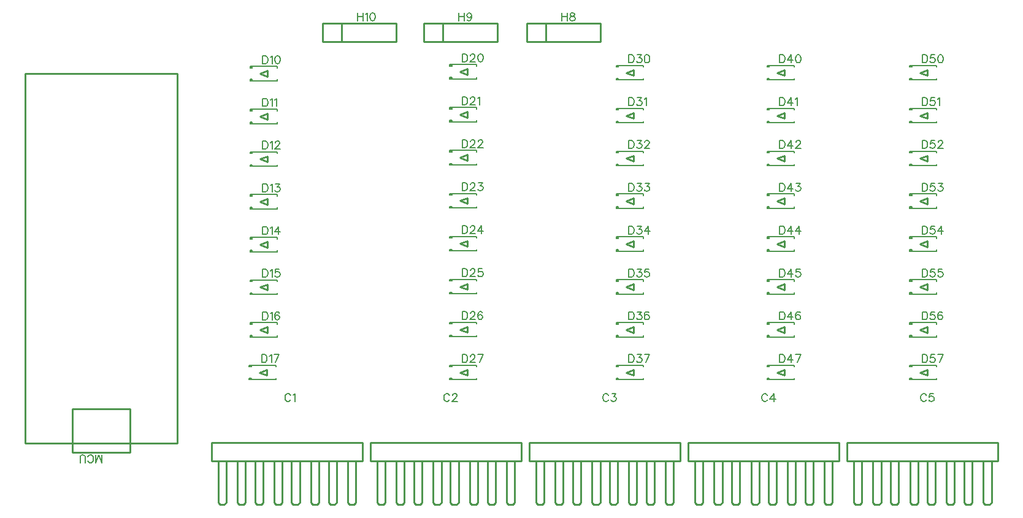
<source format=gto>
G04 Layer: TopSilkscreenLayer*
G04 EasyEDA v6.5.40, 2025-03-18 22:52:05*
G04 b39658bcca46432a934d06cf3c5ad792,51c3989a86a440af9e0a32d2c4c87c08,10*
G04 Gerber Generator version 0.2*
G04 Scale: 100 percent, Rotated: No, Reflected: No *
G04 Dimensions in millimeters *
G04 leading zeros omitted , absolute positions ,4 integer and 5 decimal *
%FSLAX45Y45*%
%MOMM*%

%ADD10C,0.1524*%
%ADD11C,0.2540*%
%ADD12C,0.1520*%

%LPD*%
D10*
X8521700Y9424415D02*
G01*
X8521700Y9315450D01*
X8594343Y9424415D02*
G01*
X8594343Y9315450D01*
X8521700Y9372600D02*
G01*
X8594343Y9372600D01*
X8654795Y9424415D02*
G01*
X8639047Y9419336D01*
X8633968Y9408921D01*
X8633968Y9398508D01*
X8639047Y9388094D01*
X8649461Y9382760D01*
X8670290Y9377679D01*
X8685784Y9372600D01*
X8696197Y9362186D01*
X8701531Y9351771D01*
X8701531Y9336024D01*
X8696197Y9325610D01*
X8691118Y9320529D01*
X8675370Y9315450D01*
X8654795Y9315450D01*
X8639047Y9320529D01*
X8633968Y9325610D01*
X8628634Y9336024D01*
X8628634Y9351771D01*
X8633968Y9362186D01*
X8644381Y9372600D01*
X8659875Y9377679D01*
X8680704Y9382760D01*
X8691118Y9388094D01*
X8696197Y9398508D01*
X8696197Y9408921D01*
X8691118Y9419336D01*
X8675370Y9424415D01*
X8654795Y9424415D01*
X7099300Y9424415D02*
G01*
X7099300Y9315450D01*
X7171943Y9424415D02*
G01*
X7171943Y9315450D01*
X7099300Y9372600D02*
G01*
X7171943Y9372600D01*
X7273797Y9388094D02*
G01*
X7268718Y9372600D01*
X7258304Y9362186D01*
X7242809Y9356852D01*
X7237475Y9356852D01*
X7221981Y9362186D01*
X7211568Y9372600D01*
X7206234Y9388094D01*
X7206234Y9393174D01*
X7211568Y9408921D01*
X7221981Y9419336D01*
X7237475Y9424415D01*
X7242809Y9424415D01*
X7258304Y9419336D01*
X7268718Y9408921D01*
X7273797Y9388094D01*
X7273797Y9362186D01*
X7268718Y9336024D01*
X7258304Y9320529D01*
X7242809Y9315450D01*
X7232395Y9315450D01*
X7216647Y9320529D01*
X7211568Y9330944D01*
X5702300Y9424415D02*
G01*
X5702300Y9315450D01*
X5774943Y9424415D02*
G01*
X5774943Y9315450D01*
X5702300Y9372600D02*
G01*
X5774943Y9372600D01*
X5809234Y9403587D02*
G01*
X5819647Y9408921D01*
X5835395Y9424415D01*
X5835395Y9315450D01*
X5900674Y9424415D02*
G01*
X5885179Y9419336D01*
X5874765Y9403587D01*
X5869686Y9377679D01*
X5869686Y9362186D01*
X5874765Y9336024D01*
X5885179Y9320529D01*
X5900674Y9315450D01*
X5911088Y9315450D01*
X5926836Y9320529D01*
X5937250Y9336024D01*
X5942329Y9362186D01*
X5942329Y9377679D01*
X5937250Y9403587D01*
X5926836Y9419336D01*
X5911088Y9424415D01*
X5900674Y9424415D01*
X6970902Y4140707D02*
G01*
X6965568Y4151121D01*
X6955154Y4161536D01*
X6944995Y4166615D01*
X6924166Y4166615D01*
X6913752Y4161536D01*
X6903338Y4151121D01*
X6898004Y4140707D01*
X6892925Y4124960D01*
X6892925Y4099052D01*
X6898004Y4083557D01*
X6903338Y4073144D01*
X6913752Y4062729D01*
X6924166Y4057650D01*
X6944995Y4057650D01*
X6955154Y4062729D01*
X6965568Y4073144D01*
X6970902Y4083557D01*
X7010272Y4140707D02*
G01*
X7010272Y4145787D01*
X7015606Y4156202D01*
X7020686Y4161536D01*
X7031100Y4166615D01*
X7051929Y4166615D01*
X7062343Y4161536D01*
X7067422Y4156202D01*
X7072756Y4145787D01*
X7072756Y4135373D01*
X7067422Y4124960D01*
X7057009Y4109465D01*
X7005193Y4057650D01*
X7077836Y4057650D01*
X9164827Y4140707D02*
G01*
X9159493Y4151121D01*
X9149079Y4161536D01*
X9138920Y4166615D01*
X9118091Y4166615D01*
X9107677Y4161536D01*
X9097263Y4151121D01*
X9091929Y4140707D01*
X9086850Y4124960D01*
X9086850Y4099052D01*
X9091929Y4083557D01*
X9097263Y4073144D01*
X9107677Y4062729D01*
X9118091Y4057650D01*
X9138920Y4057650D01*
X9149079Y4062729D01*
X9159493Y4073144D01*
X9164827Y4083557D01*
X9209531Y4166615D02*
G01*
X9266681Y4166615D01*
X9235440Y4124960D01*
X9250934Y4124960D01*
X9261347Y4119879D01*
X9266681Y4114800D01*
X9271761Y4099052D01*
X9271761Y4088637D01*
X9266681Y4073144D01*
X9256268Y4062729D01*
X9240520Y4057650D01*
X9225025Y4057650D01*
X9209531Y4062729D01*
X9204197Y4067810D01*
X9199118Y4078223D01*
X11358752Y4140707D02*
G01*
X11353418Y4151121D01*
X11343004Y4161536D01*
X11332845Y4166615D01*
X11312016Y4166615D01*
X11301602Y4161536D01*
X11291188Y4151121D01*
X11285854Y4140707D01*
X11280775Y4124960D01*
X11280775Y4099052D01*
X11285854Y4083557D01*
X11291188Y4073144D01*
X11301602Y4062729D01*
X11312016Y4057650D01*
X11332845Y4057650D01*
X11343004Y4062729D01*
X11353418Y4073144D01*
X11358752Y4083557D01*
X11444859Y4166615D02*
G01*
X11393043Y4093971D01*
X11471020Y4093971D01*
X11444859Y4166615D02*
G01*
X11444859Y4057650D01*
X13552677Y4140707D02*
G01*
X13547343Y4151121D01*
X13536929Y4161536D01*
X13526770Y4166615D01*
X13505941Y4166615D01*
X13495527Y4161536D01*
X13485113Y4151121D01*
X13479779Y4140707D01*
X13474700Y4124960D01*
X13474700Y4099052D01*
X13479779Y4083557D01*
X13485113Y4073144D01*
X13495527Y4062729D01*
X13505941Y4057650D01*
X13526770Y4057650D01*
X13536929Y4062729D01*
X13547343Y4073144D01*
X13552677Y4083557D01*
X13649197Y4166615D02*
G01*
X13597381Y4166615D01*
X13592047Y4119879D01*
X13597381Y4124960D01*
X13612875Y4130294D01*
X13628370Y4130294D01*
X13644118Y4124960D01*
X13654531Y4114800D01*
X13659611Y4099052D01*
X13659611Y4088637D01*
X13654531Y4073144D01*
X13644118Y4062729D01*
X13628370Y4057650D01*
X13612875Y4057650D01*
X13597381Y4062729D01*
X13592047Y4067810D01*
X13586968Y4078223D01*
X4776977Y4140707D02*
G01*
X4771643Y4151121D01*
X4761229Y4161536D01*
X4751070Y4166615D01*
X4730241Y4166615D01*
X4719827Y4161536D01*
X4709413Y4151121D01*
X4704079Y4140707D01*
X4699000Y4124960D01*
X4699000Y4099052D01*
X4704079Y4083557D01*
X4709413Y4073144D01*
X4719827Y4062729D01*
X4730241Y4057650D01*
X4751070Y4057650D01*
X4761229Y4062729D01*
X4771643Y4073144D01*
X4776977Y4083557D01*
X4811268Y4145787D02*
G01*
X4821681Y4151121D01*
X4837175Y4166615D01*
X4837175Y4057650D01*
X4390136Y8832595D02*
G01*
X4390136Y8723376D01*
X4390136Y8832595D02*
G01*
X4426458Y8832595D01*
X4442206Y8827262D01*
X4452620Y8816847D01*
X4457700Y8806687D01*
X4463034Y8790939D01*
X4463034Y8765031D01*
X4457700Y8749537D01*
X4452620Y8739124D01*
X4442206Y8728710D01*
X4426458Y8723376D01*
X4390136Y8723376D01*
X4497324Y8811768D02*
G01*
X4507738Y8816847D01*
X4523231Y8832595D01*
X4523231Y8723376D01*
X4588763Y8832595D02*
G01*
X4573015Y8827262D01*
X4562602Y8811768D01*
X4557522Y8785860D01*
X4557522Y8770112D01*
X4562602Y8744204D01*
X4573015Y8728710D01*
X4588763Y8723376D01*
X4599177Y8723376D01*
X4614672Y8728710D01*
X4625086Y8744204D01*
X4630165Y8770112D01*
X4630165Y8785860D01*
X4625086Y8811768D01*
X4614672Y8827262D01*
X4599177Y8832595D01*
X4588763Y8832595D01*
X4390136Y8242942D02*
G01*
X4390136Y8133722D01*
X4390136Y8242942D02*
G01*
X4426458Y8242942D01*
X4442206Y8237608D01*
X4452620Y8227194D01*
X4457700Y8217034D01*
X4463034Y8201286D01*
X4463034Y8175378D01*
X4457700Y8159884D01*
X4452620Y8149470D01*
X4442206Y8139056D01*
X4426458Y8133722D01*
X4390136Y8133722D01*
X4497324Y8222114D02*
G01*
X4507738Y8227194D01*
X4523231Y8242942D01*
X4523231Y8133722D01*
X4557522Y8222114D02*
G01*
X4567936Y8227194D01*
X4583429Y8242942D01*
X4583429Y8133722D01*
X4390136Y7653289D02*
G01*
X4390136Y7544069D01*
X4390136Y7653289D02*
G01*
X4426458Y7653289D01*
X4442206Y7647955D01*
X4452620Y7637541D01*
X4457700Y7627381D01*
X4463034Y7611633D01*
X4463034Y7585725D01*
X4457700Y7570231D01*
X4452620Y7559817D01*
X4442206Y7549403D01*
X4426458Y7544069D01*
X4390136Y7544069D01*
X4497324Y7632461D02*
G01*
X4507738Y7637541D01*
X4523231Y7653289D01*
X4523231Y7544069D01*
X4562602Y7627381D02*
G01*
X4562602Y7632461D01*
X4567936Y7642875D01*
X4573015Y7647955D01*
X4583429Y7653289D01*
X4604258Y7653289D01*
X4614672Y7647955D01*
X4619752Y7642875D01*
X4625086Y7632461D01*
X4625086Y7622047D01*
X4619752Y7611633D01*
X4609338Y7596139D01*
X4557522Y7544069D01*
X4630165Y7544069D01*
X4390136Y7063635D02*
G01*
X4390136Y6954415D01*
X4390136Y7063635D02*
G01*
X4426458Y7063635D01*
X4442206Y7058301D01*
X4452620Y7047887D01*
X4457700Y7037727D01*
X4463034Y7021979D01*
X4463034Y6996071D01*
X4457700Y6980577D01*
X4452620Y6970163D01*
X4442206Y6959749D01*
X4426458Y6954415D01*
X4390136Y6954415D01*
X4497324Y7042807D02*
G01*
X4507738Y7047887D01*
X4523231Y7063635D01*
X4523231Y6954415D01*
X4567936Y7063635D02*
G01*
X4625086Y7063635D01*
X4593843Y7021979D01*
X4609338Y7021979D01*
X4619752Y7016899D01*
X4625086Y7011565D01*
X4630165Y6996071D01*
X4630165Y6985657D01*
X4625086Y6970163D01*
X4614672Y6959749D01*
X4599177Y6954415D01*
X4583429Y6954415D01*
X4567936Y6959749D01*
X4562602Y6964829D01*
X4557522Y6975243D01*
X4390136Y6473982D02*
G01*
X4390136Y6364762D01*
X4390136Y6473982D02*
G01*
X4426458Y6473982D01*
X4442206Y6468648D01*
X4452620Y6458234D01*
X4457700Y6448074D01*
X4463034Y6432326D01*
X4463034Y6406418D01*
X4457700Y6390924D01*
X4452620Y6380510D01*
X4442206Y6370096D01*
X4426458Y6364762D01*
X4390136Y6364762D01*
X4497324Y6453154D02*
G01*
X4507738Y6458234D01*
X4523231Y6473982D01*
X4523231Y6364762D01*
X4609338Y6473982D02*
G01*
X4557522Y6401084D01*
X4635500Y6401084D01*
X4609338Y6473982D02*
G01*
X4609338Y6364762D01*
X4390136Y5884329D02*
G01*
X4390136Y5775109D01*
X4390136Y5884329D02*
G01*
X4426458Y5884329D01*
X4442206Y5878995D01*
X4452620Y5868581D01*
X4457700Y5858421D01*
X4463034Y5842673D01*
X4463034Y5816765D01*
X4457700Y5801271D01*
X4452620Y5790857D01*
X4442206Y5780443D01*
X4426458Y5775109D01*
X4390136Y5775109D01*
X4497324Y5863501D02*
G01*
X4507738Y5868581D01*
X4523231Y5884329D01*
X4523231Y5775109D01*
X4619752Y5884329D02*
G01*
X4567936Y5884329D01*
X4562602Y5837593D01*
X4567936Y5842673D01*
X4583429Y5848007D01*
X4599177Y5848007D01*
X4614672Y5842673D01*
X4625086Y5832259D01*
X4630165Y5816765D01*
X4630165Y5806351D01*
X4625086Y5790857D01*
X4614672Y5780443D01*
X4599177Y5775109D01*
X4583429Y5775109D01*
X4567936Y5780443D01*
X4562602Y5785523D01*
X4557522Y5795937D01*
X4390136Y5294675D02*
G01*
X4390136Y5185455D01*
X4390136Y5294675D02*
G01*
X4426458Y5294675D01*
X4442206Y5289341D01*
X4452620Y5278927D01*
X4457700Y5268767D01*
X4463034Y5253019D01*
X4463034Y5227111D01*
X4457700Y5211617D01*
X4452620Y5201203D01*
X4442206Y5190789D01*
X4426458Y5185455D01*
X4390136Y5185455D01*
X4497324Y5273847D02*
G01*
X4507738Y5278927D01*
X4523231Y5294675D01*
X4523231Y5185455D01*
X4619752Y5278927D02*
G01*
X4614672Y5289341D01*
X4599177Y5294675D01*
X4588763Y5294675D01*
X4573015Y5289341D01*
X4562602Y5273847D01*
X4557522Y5247939D01*
X4557522Y5221777D01*
X4562602Y5201203D01*
X4573015Y5190789D01*
X4588763Y5185455D01*
X4593843Y5185455D01*
X4609338Y5190789D01*
X4619752Y5201203D01*
X4625086Y5216697D01*
X4625086Y5221777D01*
X4619752Y5237525D01*
X4609338Y5247939D01*
X4593843Y5253019D01*
X4588763Y5253019D01*
X4573015Y5247939D01*
X4562602Y5237525D01*
X4557522Y5221777D01*
X4377499Y4705019D02*
G01*
X4377499Y4595799D01*
X4377499Y4705019D02*
G01*
X4413821Y4705019D01*
X4429569Y4699685D01*
X4439983Y4689271D01*
X4445063Y4679111D01*
X4450397Y4663363D01*
X4450397Y4637455D01*
X4445063Y4621961D01*
X4439983Y4611547D01*
X4429569Y4601133D01*
X4413821Y4595799D01*
X4377499Y4595799D01*
X4484687Y4684191D02*
G01*
X4495101Y4689271D01*
X4510595Y4705019D01*
X4510595Y4595799D01*
X4617529Y4705019D02*
G01*
X4565713Y4595799D01*
X4544885Y4705019D02*
G01*
X4617529Y4705019D01*
X7146096Y8857995D02*
G01*
X7146096Y8748776D01*
X7146096Y8857995D02*
G01*
X7182418Y8857995D01*
X7198166Y8852662D01*
X7208580Y8842247D01*
X7213660Y8832087D01*
X7218994Y8816339D01*
X7218994Y8790431D01*
X7213660Y8774937D01*
X7208580Y8764524D01*
X7198166Y8754110D01*
X7182418Y8748776D01*
X7146096Y8748776D01*
X7258364Y8832087D02*
G01*
X7258364Y8837168D01*
X7263698Y8847581D01*
X7268778Y8852662D01*
X7279192Y8857995D01*
X7300020Y8857995D01*
X7310434Y8852662D01*
X7315514Y8847581D01*
X7320848Y8837168D01*
X7320848Y8826754D01*
X7315514Y8816339D01*
X7305100Y8800845D01*
X7253284Y8748776D01*
X7325928Y8748776D01*
X7391460Y8857995D02*
G01*
X7375712Y8852662D01*
X7365298Y8837168D01*
X7360218Y8811260D01*
X7360218Y8795512D01*
X7365298Y8769604D01*
X7375712Y8754110D01*
X7391460Y8748776D01*
X7401874Y8748776D01*
X7417368Y8754110D01*
X7427782Y8769604D01*
X7432862Y8795512D01*
X7432862Y8811260D01*
X7427782Y8837168D01*
X7417368Y8852662D01*
X7401874Y8857995D01*
X7391460Y8857995D01*
X7146096Y8264715D02*
G01*
X7146096Y8155495D01*
X7146096Y8264715D02*
G01*
X7182418Y8264715D01*
X7198166Y8259381D01*
X7208580Y8248967D01*
X7213660Y8238553D01*
X7218994Y8223059D01*
X7218994Y8197151D01*
X7213660Y8181403D01*
X7208580Y8170989D01*
X7198166Y8160829D01*
X7182418Y8155495D01*
X7146096Y8155495D01*
X7258364Y8238553D02*
G01*
X7258364Y8243887D01*
X7263698Y8254301D01*
X7268778Y8259381D01*
X7279192Y8264715D01*
X7300020Y8264715D01*
X7310434Y8259381D01*
X7315514Y8254301D01*
X7320848Y8243887D01*
X7320848Y8233473D01*
X7315514Y8223059D01*
X7305100Y8207565D01*
X7253284Y8155495D01*
X7325928Y8155495D01*
X7360218Y8243887D02*
G01*
X7370632Y8248967D01*
X7386126Y8264715D01*
X7386126Y8155495D01*
X7146096Y7671681D02*
G01*
X7146096Y7562461D01*
X7146096Y7671681D02*
G01*
X7182418Y7671681D01*
X7198166Y7666347D01*
X7208580Y7655933D01*
X7213660Y7645519D01*
X7218994Y7630025D01*
X7218994Y7604117D01*
X7213660Y7588369D01*
X7208580Y7577955D01*
X7198166Y7567541D01*
X7182418Y7562461D01*
X7146096Y7562461D01*
X7258364Y7645519D02*
G01*
X7258364Y7650853D01*
X7263698Y7661267D01*
X7268778Y7666347D01*
X7279192Y7671681D01*
X7300020Y7671681D01*
X7310434Y7666347D01*
X7315514Y7661267D01*
X7320848Y7650853D01*
X7320848Y7640439D01*
X7315514Y7630025D01*
X7305100Y7614531D01*
X7253284Y7562461D01*
X7325928Y7562461D01*
X7365298Y7645519D02*
G01*
X7365298Y7650853D01*
X7370632Y7661267D01*
X7375712Y7666347D01*
X7386126Y7671681D01*
X7406954Y7671681D01*
X7417368Y7666347D01*
X7422448Y7661267D01*
X7427782Y7650853D01*
X7427782Y7640439D01*
X7422448Y7630025D01*
X7412288Y7614531D01*
X7360218Y7562461D01*
X7432862Y7562461D01*
X7146096Y7078146D02*
G01*
X7146096Y6969180D01*
X7146096Y7078146D02*
G01*
X7182418Y7078146D01*
X7198166Y7073066D01*
X7208580Y7062652D01*
X7213660Y7052238D01*
X7218994Y7036744D01*
X7218994Y7010582D01*
X7213660Y6995088D01*
X7208580Y6984674D01*
X7198166Y6974260D01*
X7182418Y6969180D01*
X7146096Y6969180D01*
X7258364Y7052238D02*
G01*
X7258364Y7057572D01*
X7263698Y7067732D01*
X7268778Y7073066D01*
X7279192Y7078146D01*
X7300020Y7078146D01*
X7310434Y7073066D01*
X7315514Y7067732D01*
X7320848Y7057572D01*
X7320848Y7047158D01*
X7315514Y7036744D01*
X7305100Y7020996D01*
X7253284Y6969180D01*
X7325928Y6969180D01*
X7370632Y7078146D02*
G01*
X7427782Y7078146D01*
X7396540Y7036744D01*
X7412288Y7036744D01*
X7422448Y7031410D01*
X7427782Y7026330D01*
X7432862Y7010582D01*
X7432862Y7000422D01*
X7427782Y6984674D01*
X7417368Y6974260D01*
X7401874Y6969180D01*
X7386126Y6969180D01*
X7370632Y6974260D01*
X7365298Y6979594D01*
X7360218Y6990008D01*
X7146096Y6484866D02*
G01*
X7146096Y6375900D01*
X7146096Y6484866D02*
G01*
X7182418Y6484866D01*
X7198166Y6479786D01*
X7208580Y6469372D01*
X7213660Y6458958D01*
X7218994Y6443464D01*
X7218994Y6417302D01*
X7213660Y6401808D01*
X7208580Y6391394D01*
X7198166Y6380980D01*
X7182418Y6375900D01*
X7146096Y6375900D01*
X7258364Y6458958D02*
G01*
X7258364Y6464038D01*
X7263698Y6474452D01*
X7268778Y6479786D01*
X7279192Y6484866D01*
X7300020Y6484866D01*
X7310434Y6479786D01*
X7315514Y6474452D01*
X7320848Y6464038D01*
X7320848Y6453624D01*
X7315514Y6443464D01*
X7305100Y6427716D01*
X7253284Y6375900D01*
X7325928Y6375900D01*
X7412288Y6484866D02*
G01*
X7360218Y6412222D01*
X7438196Y6412222D01*
X7412288Y6484866D02*
G01*
X7412288Y6375900D01*
X7146096Y5891583D02*
G01*
X7146096Y5782617D01*
X7146096Y5891583D02*
G01*
X7182418Y5891583D01*
X7198166Y5886503D01*
X7208580Y5876089D01*
X7213660Y5865675D01*
X7218994Y5849927D01*
X7218994Y5824019D01*
X7213660Y5808525D01*
X7208580Y5798111D01*
X7198166Y5787697D01*
X7182418Y5782617D01*
X7146096Y5782617D01*
X7258364Y5865675D02*
G01*
X7258364Y5870755D01*
X7263698Y5881169D01*
X7268778Y5886503D01*
X7279192Y5891583D01*
X7300020Y5891583D01*
X7310434Y5886503D01*
X7315514Y5881169D01*
X7320848Y5870755D01*
X7320848Y5860341D01*
X7315514Y5849927D01*
X7305100Y5834433D01*
X7253284Y5782617D01*
X7325928Y5782617D01*
X7422448Y5891583D02*
G01*
X7370632Y5891583D01*
X7365298Y5844847D01*
X7370632Y5849927D01*
X7386126Y5855261D01*
X7401874Y5855261D01*
X7417368Y5849927D01*
X7427782Y5839767D01*
X7432862Y5824019D01*
X7432862Y5813605D01*
X7427782Y5798111D01*
X7417368Y5787697D01*
X7401874Y5782617D01*
X7386126Y5782617D01*
X7370632Y5787697D01*
X7365298Y5792777D01*
X7360218Y5803191D01*
X7146096Y5298302D02*
G01*
X7146096Y5189082D01*
X7146096Y5298302D02*
G01*
X7182418Y5298302D01*
X7198166Y5292968D01*
X7208580Y5282808D01*
X7213660Y5272394D01*
X7218994Y5256646D01*
X7218994Y5230738D01*
X7213660Y5215244D01*
X7208580Y5204830D01*
X7198166Y5194416D01*
X7182418Y5189082D01*
X7146096Y5189082D01*
X7258364Y5272394D02*
G01*
X7258364Y5277474D01*
X7263698Y5287888D01*
X7268778Y5292968D01*
X7279192Y5298302D01*
X7300020Y5298302D01*
X7310434Y5292968D01*
X7315514Y5287888D01*
X7320848Y5277474D01*
X7320848Y5267060D01*
X7315514Y5256646D01*
X7305100Y5241152D01*
X7253284Y5189082D01*
X7325928Y5189082D01*
X7422448Y5282808D02*
G01*
X7417368Y5292968D01*
X7401874Y5298302D01*
X7391460Y5298302D01*
X7375712Y5292968D01*
X7365298Y5277474D01*
X7360218Y5251566D01*
X7360218Y5225658D01*
X7365298Y5204830D01*
X7375712Y5194416D01*
X7391460Y5189082D01*
X7396540Y5189082D01*
X7412288Y5194416D01*
X7422448Y5204830D01*
X7427782Y5220324D01*
X7427782Y5225658D01*
X7422448Y5241152D01*
X7412288Y5251566D01*
X7396540Y5256646D01*
X7391460Y5256646D01*
X7375712Y5251566D01*
X7365298Y5241152D01*
X7360218Y5225658D01*
X7146099Y4705019D02*
G01*
X7146099Y4595799D01*
X7146099Y4705019D02*
G01*
X7182421Y4705019D01*
X7198169Y4699685D01*
X7208583Y4689271D01*
X7213663Y4679111D01*
X7218997Y4663363D01*
X7218997Y4637455D01*
X7213663Y4621961D01*
X7208583Y4611547D01*
X7198169Y4601133D01*
X7182421Y4595799D01*
X7146099Y4595799D01*
X7258367Y4679111D02*
G01*
X7258367Y4684191D01*
X7263701Y4694605D01*
X7268781Y4699685D01*
X7279195Y4705019D01*
X7300023Y4705019D01*
X7310437Y4699685D01*
X7315517Y4694605D01*
X7320851Y4684191D01*
X7320851Y4673777D01*
X7315517Y4663363D01*
X7305103Y4647869D01*
X7253287Y4595799D01*
X7325931Y4595799D01*
X7432865Y4705019D02*
G01*
X7381049Y4595799D01*
X7360221Y4705019D02*
G01*
X7432865Y4705019D01*
X9444736Y8845295D02*
G01*
X9444736Y8736076D01*
X9444736Y8845295D02*
G01*
X9481058Y8845295D01*
X9496806Y8839962D01*
X9507220Y8829547D01*
X9512300Y8819387D01*
X9517634Y8803639D01*
X9517634Y8777731D01*
X9512300Y8762237D01*
X9507220Y8751824D01*
X9496806Y8741410D01*
X9481058Y8736076D01*
X9444736Y8736076D01*
X9562338Y8845295D02*
G01*
X9619488Y8845295D01*
X9588245Y8803639D01*
X9603740Y8803639D01*
X9614154Y8798560D01*
X9619488Y8793226D01*
X9624568Y8777731D01*
X9624568Y8767318D01*
X9619488Y8751824D01*
X9609074Y8741410D01*
X9593325Y8736076D01*
X9577831Y8736076D01*
X9562338Y8741410D01*
X9557004Y8746489D01*
X9551924Y8756904D01*
X9690100Y8845295D02*
G01*
X9674352Y8839962D01*
X9663938Y8824468D01*
X9658858Y8798560D01*
X9658858Y8782812D01*
X9663938Y8756904D01*
X9674352Y8741410D01*
X9690100Y8736076D01*
X9700513Y8736076D01*
X9716008Y8741410D01*
X9726422Y8756904D01*
X9731502Y8782812D01*
X9731502Y8798560D01*
X9726422Y8824468D01*
X9716008Y8839962D01*
X9700513Y8845295D01*
X9690100Y8845295D01*
X9444736Y8253829D02*
G01*
X9444736Y8144863D01*
X9444736Y8253829D02*
G01*
X9481058Y8253829D01*
X9496806Y8248749D01*
X9507220Y8238335D01*
X9512300Y8227921D01*
X9517634Y8212173D01*
X9517634Y8186265D01*
X9512300Y8170771D01*
X9507220Y8160357D01*
X9496806Y8149943D01*
X9481058Y8144863D01*
X9444736Y8144863D01*
X9562338Y8253829D02*
G01*
X9619488Y8253829D01*
X9588245Y8212173D01*
X9603740Y8212173D01*
X9614154Y8207093D01*
X9619488Y8202013D01*
X9624568Y8186265D01*
X9624568Y8175851D01*
X9619488Y8160357D01*
X9609074Y8149943D01*
X9593325Y8144863D01*
X9577831Y8144863D01*
X9562338Y8149943D01*
X9557004Y8155023D01*
X9551924Y8165437D01*
X9658858Y8233001D02*
G01*
X9669272Y8238335D01*
X9684765Y8253829D01*
X9684765Y8144863D01*
X9444736Y7662359D02*
G01*
X9444736Y7553393D01*
X9444736Y7662359D02*
G01*
X9481058Y7662359D01*
X9496806Y7657279D01*
X9507220Y7646865D01*
X9512300Y7636451D01*
X9517634Y7620957D01*
X9517634Y7594795D01*
X9512300Y7579301D01*
X9507220Y7568887D01*
X9496806Y7558473D01*
X9481058Y7553393D01*
X9444736Y7553393D01*
X9562338Y7662359D02*
G01*
X9619488Y7662359D01*
X9588245Y7620957D01*
X9603740Y7620957D01*
X9614154Y7615623D01*
X9619488Y7610543D01*
X9624568Y7594795D01*
X9624568Y7584635D01*
X9619488Y7568887D01*
X9609074Y7558473D01*
X9593325Y7553393D01*
X9577831Y7553393D01*
X9562338Y7558473D01*
X9557004Y7563807D01*
X9551924Y7574221D01*
X9663938Y7636451D02*
G01*
X9663938Y7641785D01*
X9669272Y7651945D01*
X9674352Y7657279D01*
X9684765Y7662359D01*
X9705593Y7662359D01*
X9716008Y7657279D01*
X9721088Y7651945D01*
X9726422Y7641785D01*
X9726422Y7631371D01*
X9721088Y7620957D01*
X9710927Y7605209D01*
X9658858Y7553393D01*
X9731502Y7553393D01*
X9444736Y7070892D02*
G01*
X9444736Y6961672D01*
X9444736Y7070892D02*
G01*
X9481058Y7070892D01*
X9496806Y7065558D01*
X9507220Y7055144D01*
X9512300Y7044730D01*
X9517634Y7029236D01*
X9517634Y7003328D01*
X9512300Y6987580D01*
X9507220Y6977166D01*
X9496806Y6967006D01*
X9481058Y6961672D01*
X9444736Y6961672D01*
X9562338Y7070892D02*
G01*
X9619488Y7070892D01*
X9588245Y7029236D01*
X9603740Y7029236D01*
X9614154Y7024156D01*
X9619488Y7018822D01*
X9624568Y7003328D01*
X9624568Y6992914D01*
X9619488Y6977166D01*
X9609074Y6967006D01*
X9593325Y6961672D01*
X9577831Y6961672D01*
X9562338Y6967006D01*
X9557004Y6972086D01*
X9551924Y6982500D01*
X9669272Y7070892D02*
G01*
X9726422Y7070892D01*
X9695179Y7029236D01*
X9710927Y7029236D01*
X9721088Y7024156D01*
X9726422Y7018822D01*
X9731502Y7003328D01*
X9731502Y6992914D01*
X9726422Y6977166D01*
X9716008Y6967006D01*
X9700513Y6961672D01*
X9684765Y6961672D01*
X9669272Y6967006D01*
X9663938Y6972086D01*
X9658858Y6982500D01*
X9444736Y6479425D02*
G01*
X9444736Y6370205D01*
X9444736Y6479425D02*
G01*
X9481058Y6479425D01*
X9496806Y6474091D01*
X9507220Y6463931D01*
X9512300Y6453517D01*
X9517634Y6437769D01*
X9517634Y6411861D01*
X9512300Y6396367D01*
X9507220Y6385953D01*
X9496806Y6375539D01*
X9481058Y6370205D01*
X9444736Y6370205D01*
X9562338Y6479425D02*
G01*
X9619488Y6479425D01*
X9588245Y6437769D01*
X9603740Y6437769D01*
X9614154Y6432689D01*
X9619488Y6427355D01*
X9624568Y6411861D01*
X9624568Y6401447D01*
X9619488Y6385953D01*
X9609074Y6375539D01*
X9593325Y6370205D01*
X9577831Y6370205D01*
X9562338Y6375539D01*
X9557004Y6380619D01*
X9551924Y6391033D01*
X9710927Y6479425D02*
G01*
X9658858Y6406781D01*
X9736836Y6406781D01*
X9710927Y6479425D02*
G01*
X9710927Y6370205D01*
X9444736Y5887958D02*
G01*
X9444736Y5778992D01*
X9444736Y5887958D02*
G01*
X9481058Y5887958D01*
X9496806Y5882878D01*
X9507220Y5872464D01*
X9512300Y5862050D01*
X9517634Y5846556D01*
X9517634Y5820394D01*
X9512300Y5804900D01*
X9507220Y5794486D01*
X9496806Y5784072D01*
X9481058Y5778992D01*
X9444736Y5778992D01*
X9562338Y5887958D02*
G01*
X9619488Y5887958D01*
X9588245Y5846556D01*
X9603740Y5846556D01*
X9614154Y5841222D01*
X9619488Y5836142D01*
X9624568Y5820394D01*
X9624568Y5809980D01*
X9619488Y5794486D01*
X9609074Y5784072D01*
X9593325Y5778992D01*
X9577831Y5778992D01*
X9562338Y5784072D01*
X9557004Y5789406D01*
X9551924Y5799566D01*
X9721088Y5887958D02*
G01*
X9669272Y5887958D01*
X9663938Y5841222D01*
X9669272Y5846556D01*
X9684765Y5851636D01*
X9700513Y5851636D01*
X9716008Y5846556D01*
X9726422Y5836142D01*
X9731502Y5820394D01*
X9731502Y5809980D01*
X9726422Y5794486D01*
X9716008Y5784072D01*
X9700513Y5778992D01*
X9684765Y5778992D01*
X9669272Y5784072D01*
X9663938Y5789406D01*
X9658858Y5799566D01*
X9444736Y5296740D02*
G01*
X9444736Y5187520D01*
X9444736Y5296740D02*
G01*
X9481058Y5296740D01*
X9496806Y5291406D01*
X9507220Y5280992D01*
X9512300Y5270578D01*
X9517634Y5255084D01*
X9517634Y5229176D01*
X9512300Y5213428D01*
X9507220Y5203014D01*
X9496806Y5192600D01*
X9481058Y5187520D01*
X9444736Y5187520D01*
X9562338Y5296740D02*
G01*
X9619488Y5296740D01*
X9588245Y5255084D01*
X9603740Y5255084D01*
X9614154Y5249750D01*
X9619488Y5244670D01*
X9624568Y5229176D01*
X9624568Y5218762D01*
X9619488Y5203014D01*
X9609074Y5192600D01*
X9593325Y5187520D01*
X9577831Y5187520D01*
X9562338Y5192600D01*
X9557004Y5197934D01*
X9551924Y5208348D01*
X9721088Y5280992D02*
G01*
X9716008Y5291406D01*
X9700513Y5296740D01*
X9690100Y5296740D01*
X9674352Y5291406D01*
X9663938Y5275912D01*
X9658858Y5249750D01*
X9658858Y5223842D01*
X9663938Y5203014D01*
X9674352Y5192600D01*
X9690100Y5187520D01*
X9695179Y5187520D01*
X9710927Y5192600D01*
X9721088Y5203014D01*
X9726422Y5218762D01*
X9726422Y5223842D01*
X9721088Y5239590D01*
X9710927Y5249750D01*
X9695179Y5255084D01*
X9690100Y5255084D01*
X9674352Y5249750D01*
X9663938Y5239590D01*
X9658858Y5223842D01*
X9444738Y4705019D02*
G01*
X9444738Y4595799D01*
X9444738Y4705019D02*
G01*
X9481060Y4705019D01*
X9496808Y4699685D01*
X9507222Y4689271D01*
X9512302Y4679111D01*
X9517636Y4663363D01*
X9517636Y4637455D01*
X9512302Y4621961D01*
X9507222Y4611547D01*
X9496808Y4601133D01*
X9481060Y4595799D01*
X9444738Y4595799D01*
X9562340Y4705019D02*
G01*
X9619490Y4705019D01*
X9588248Y4663363D01*
X9603742Y4663363D01*
X9614156Y4658283D01*
X9619490Y4652949D01*
X9624570Y4637455D01*
X9624570Y4627041D01*
X9619490Y4611547D01*
X9609076Y4601133D01*
X9593328Y4595799D01*
X9577834Y4595799D01*
X9562340Y4601133D01*
X9557006Y4606213D01*
X9551926Y4616627D01*
X9731504Y4705019D02*
G01*
X9679688Y4595799D01*
X9658860Y4705019D02*
G01*
X9731504Y4705019D01*
X11527566Y8845295D02*
G01*
X11527566Y8736076D01*
X11527566Y8845295D02*
G01*
X11563888Y8845295D01*
X11579636Y8839962D01*
X11590050Y8829547D01*
X11595130Y8819387D01*
X11600464Y8803639D01*
X11600464Y8777731D01*
X11595130Y8762237D01*
X11590050Y8751824D01*
X11579636Y8741410D01*
X11563888Y8736076D01*
X11527566Y8736076D01*
X11686570Y8845295D02*
G01*
X11634754Y8772397D01*
X11712478Y8772397D01*
X11686570Y8845295D02*
G01*
X11686570Y8736076D01*
X11778010Y8845295D02*
G01*
X11762516Y8839962D01*
X11752102Y8824468D01*
X11746768Y8798560D01*
X11746768Y8782812D01*
X11752102Y8756904D01*
X11762516Y8741410D01*
X11778010Y8736076D01*
X11788424Y8736076D01*
X11803918Y8741410D01*
X11814332Y8756904D01*
X11819666Y8782812D01*
X11819666Y8798560D01*
X11814332Y8824468D01*
X11803918Y8839962D01*
X11788424Y8845295D01*
X11778010Y8845295D01*
X11527566Y8253826D02*
G01*
X11527566Y8144860D01*
X11527566Y8253826D02*
G01*
X11563888Y8253826D01*
X11579636Y8248746D01*
X11590050Y8238332D01*
X11595130Y8227918D01*
X11600464Y8212424D01*
X11600464Y8186262D01*
X11595130Y8170768D01*
X11590050Y8160354D01*
X11579636Y8149940D01*
X11563888Y8144860D01*
X11527566Y8144860D01*
X11686570Y8253826D02*
G01*
X11634754Y8181182D01*
X11712478Y8181182D01*
X11686570Y8253826D02*
G01*
X11686570Y8144860D01*
X11746768Y8233252D02*
G01*
X11757182Y8238332D01*
X11772930Y8253826D01*
X11772930Y8144860D01*
X11527566Y7662357D02*
G01*
X11527566Y7553137D01*
X11527566Y7662357D02*
G01*
X11563888Y7662357D01*
X11579636Y7657023D01*
X11590050Y7646863D01*
X11595130Y7636449D01*
X11600464Y7620701D01*
X11600464Y7594793D01*
X11595130Y7579299D01*
X11590050Y7568885D01*
X11579636Y7558471D01*
X11563888Y7553137D01*
X11527566Y7553137D01*
X11686570Y7662357D02*
G01*
X11634754Y7589713D01*
X11712478Y7589713D01*
X11686570Y7662357D02*
G01*
X11686570Y7553137D01*
X11752102Y7636449D02*
G01*
X11752102Y7641529D01*
X11757182Y7651943D01*
X11762516Y7657023D01*
X11772930Y7662357D01*
X11793758Y7662357D01*
X11803918Y7657023D01*
X11809252Y7651943D01*
X11814332Y7641529D01*
X11814332Y7631115D01*
X11809252Y7620701D01*
X11798838Y7605207D01*
X11746768Y7553137D01*
X11819666Y7553137D01*
X11527566Y7071141D02*
G01*
X11527566Y6961921D01*
X11527566Y7071141D02*
G01*
X11563888Y7071141D01*
X11579636Y7065807D01*
X11590050Y7055393D01*
X11595130Y7044979D01*
X11600464Y7029485D01*
X11600464Y7003577D01*
X11595130Y6987829D01*
X11590050Y6977415D01*
X11579636Y6967001D01*
X11563888Y6961921D01*
X11527566Y6961921D01*
X11686570Y7071141D02*
G01*
X11634754Y6998243D01*
X11712478Y6998243D01*
X11686570Y7071141D02*
G01*
X11686570Y6961921D01*
X11757182Y7071141D02*
G01*
X11814332Y7071141D01*
X11783344Y7029485D01*
X11798838Y7029485D01*
X11809252Y7024151D01*
X11814332Y7019071D01*
X11819666Y7003577D01*
X11819666Y6993163D01*
X11814332Y6977415D01*
X11803918Y6967001D01*
X11788424Y6961921D01*
X11772930Y6961921D01*
X11757182Y6967001D01*
X11752102Y6972335D01*
X11746768Y6982749D01*
X11527566Y6479423D02*
G01*
X11527566Y6370457D01*
X11527566Y6479423D02*
G01*
X11563888Y6479423D01*
X11579636Y6474343D01*
X11590050Y6463929D01*
X11595130Y6453515D01*
X11600464Y6437767D01*
X11600464Y6411859D01*
X11595130Y6396365D01*
X11590050Y6385951D01*
X11579636Y6375537D01*
X11563888Y6370457D01*
X11527566Y6370457D01*
X11686570Y6479423D02*
G01*
X11634754Y6406779D01*
X11712478Y6406779D01*
X11686570Y6479423D02*
G01*
X11686570Y6370457D01*
X11798838Y6479423D02*
G01*
X11746768Y6406779D01*
X11824746Y6406779D01*
X11798838Y6479423D02*
G01*
X11798838Y6370457D01*
X11527566Y5887961D02*
G01*
X11527566Y5778741D01*
X11527566Y5887961D02*
G01*
X11563888Y5887961D01*
X11579636Y5882627D01*
X11590050Y5872213D01*
X11595130Y5861799D01*
X11600464Y5846305D01*
X11600464Y5820397D01*
X11595130Y5804649D01*
X11590050Y5794235D01*
X11579636Y5784075D01*
X11563888Y5778741D01*
X11527566Y5778741D01*
X11686570Y5887961D02*
G01*
X11634754Y5815063D01*
X11712478Y5815063D01*
X11686570Y5887961D02*
G01*
X11686570Y5778741D01*
X11809252Y5887961D02*
G01*
X11757182Y5887961D01*
X11752102Y5841225D01*
X11757182Y5846305D01*
X11772930Y5851385D01*
X11788424Y5851385D01*
X11803918Y5846305D01*
X11814332Y5835891D01*
X11819666Y5820397D01*
X11819666Y5809983D01*
X11814332Y5794235D01*
X11803918Y5784075D01*
X11788424Y5778741D01*
X11772930Y5778741D01*
X11757182Y5784075D01*
X11752102Y5789155D01*
X11746768Y5799569D01*
X11527566Y5296491D02*
G01*
X11527566Y5187525D01*
X11527566Y5296491D02*
G01*
X11563888Y5296491D01*
X11579636Y5291411D01*
X11590050Y5280997D01*
X11595130Y5270583D01*
X11600464Y5255089D01*
X11600464Y5228927D01*
X11595130Y5213433D01*
X11590050Y5203019D01*
X11579636Y5192605D01*
X11563888Y5187525D01*
X11527566Y5187525D01*
X11686570Y5296491D02*
G01*
X11634754Y5223847D01*
X11712478Y5223847D01*
X11686570Y5296491D02*
G01*
X11686570Y5187525D01*
X11809252Y5280997D02*
G01*
X11803918Y5291411D01*
X11788424Y5296491D01*
X11778010Y5296491D01*
X11762516Y5291411D01*
X11752102Y5275663D01*
X11746768Y5249755D01*
X11746768Y5223847D01*
X11752102Y5203019D01*
X11762516Y5192605D01*
X11778010Y5187525D01*
X11783344Y5187525D01*
X11798838Y5192605D01*
X11809252Y5203019D01*
X11814332Y5218513D01*
X11814332Y5223847D01*
X11809252Y5239341D01*
X11798838Y5249755D01*
X11783344Y5255089D01*
X11778010Y5255089D01*
X11762516Y5249755D01*
X11752102Y5239341D01*
X11746768Y5223847D01*
X11527561Y4705019D02*
G01*
X11527561Y4595799D01*
X11527561Y4705019D02*
G01*
X11563883Y4705019D01*
X11579631Y4699685D01*
X11590045Y4689271D01*
X11595125Y4679111D01*
X11600459Y4663363D01*
X11600459Y4637455D01*
X11595125Y4621961D01*
X11590045Y4611547D01*
X11579631Y4601133D01*
X11563883Y4595799D01*
X11527561Y4595799D01*
X11686565Y4705019D02*
G01*
X11634749Y4632121D01*
X11712473Y4632121D01*
X11686565Y4705019D02*
G01*
X11686565Y4595799D01*
X11819661Y4705019D02*
G01*
X11767591Y4595799D01*
X11746763Y4705019D02*
G01*
X11819661Y4705019D01*
X13496074Y8845295D02*
G01*
X13496074Y8736076D01*
X13496074Y8845295D02*
G01*
X13532396Y8845295D01*
X13548144Y8839962D01*
X13558558Y8829547D01*
X13563638Y8819387D01*
X13568972Y8803639D01*
X13568972Y8777731D01*
X13563638Y8762237D01*
X13558558Y8751824D01*
X13548144Y8741410D01*
X13532396Y8736076D01*
X13496074Y8736076D01*
X13665492Y8845295D02*
G01*
X13613676Y8845295D01*
X13608342Y8798560D01*
X13613676Y8803639D01*
X13629170Y8808974D01*
X13644664Y8808974D01*
X13660412Y8803639D01*
X13670826Y8793226D01*
X13675906Y8777731D01*
X13675906Y8767318D01*
X13670826Y8751824D01*
X13660412Y8741410D01*
X13644664Y8736076D01*
X13629170Y8736076D01*
X13613676Y8741410D01*
X13608342Y8746489D01*
X13603262Y8756904D01*
X13741438Y8845295D02*
G01*
X13725690Y8839962D01*
X13715276Y8824468D01*
X13710196Y8798560D01*
X13710196Y8782812D01*
X13715276Y8756904D01*
X13725690Y8741410D01*
X13741438Y8736076D01*
X13751852Y8736076D01*
X13767346Y8741410D01*
X13777760Y8756904D01*
X13782840Y8782812D01*
X13782840Y8798560D01*
X13777760Y8824468D01*
X13767346Y8839962D01*
X13751852Y8845295D01*
X13741438Y8845295D01*
X13496074Y8254077D02*
G01*
X13496074Y8144857D01*
X13496074Y8254077D02*
G01*
X13532396Y8254077D01*
X13548144Y8248743D01*
X13558558Y8238329D01*
X13563638Y8227915D01*
X13568972Y8212421D01*
X13568972Y8186513D01*
X13563638Y8170765D01*
X13558558Y8160351D01*
X13548144Y8149937D01*
X13532396Y8144857D01*
X13496074Y8144857D01*
X13665492Y8254077D02*
G01*
X13613676Y8254077D01*
X13608342Y8207087D01*
X13613676Y8212421D01*
X13629170Y8217501D01*
X13644664Y8217501D01*
X13660412Y8212421D01*
X13670826Y8202007D01*
X13675906Y8186513D01*
X13675906Y8176099D01*
X13670826Y8160351D01*
X13660412Y8149937D01*
X13644664Y8144857D01*
X13629170Y8144857D01*
X13613676Y8149937D01*
X13608342Y8155271D01*
X13603262Y8165685D01*
X13710196Y8233249D02*
G01*
X13720610Y8238329D01*
X13736104Y8254077D01*
X13736104Y8144857D01*
X13496074Y7662359D02*
G01*
X13496074Y7553393D01*
X13496074Y7662359D02*
G01*
X13532396Y7662359D01*
X13548144Y7657279D01*
X13558558Y7646865D01*
X13563638Y7636451D01*
X13568972Y7620957D01*
X13568972Y7594795D01*
X13563638Y7579301D01*
X13558558Y7568887D01*
X13548144Y7558473D01*
X13532396Y7553393D01*
X13496074Y7553393D01*
X13665492Y7662359D02*
G01*
X13613676Y7662359D01*
X13608342Y7615623D01*
X13613676Y7620957D01*
X13629170Y7626037D01*
X13644664Y7626037D01*
X13660412Y7620957D01*
X13670826Y7610543D01*
X13675906Y7594795D01*
X13675906Y7584381D01*
X13670826Y7568887D01*
X13660412Y7558473D01*
X13644664Y7553393D01*
X13629170Y7553393D01*
X13613676Y7558473D01*
X13608342Y7563807D01*
X13603262Y7574221D01*
X13715276Y7636451D02*
G01*
X13715276Y7641531D01*
X13720610Y7651945D01*
X13725690Y7657279D01*
X13736104Y7662359D01*
X13756932Y7662359D01*
X13767346Y7657279D01*
X13772426Y7651945D01*
X13777760Y7641531D01*
X13777760Y7631371D01*
X13772426Y7620957D01*
X13762266Y7605209D01*
X13710196Y7553393D01*
X13782840Y7553393D01*
X13496074Y7070887D02*
G01*
X13496074Y6961667D01*
X13496074Y7070887D02*
G01*
X13532396Y7070887D01*
X13548144Y7065553D01*
X13558558Y7055393D01*
X13563638Y7044979D01*
X13568972Y7029231D01*
X13568972Y7003323D01*
X13563638Y6987829D01*
X13558558Y6977415D01*
X13548144Y6967001D01*
X13532396Y6961667D01*
X13496074Y6961667D01*
X13665492Y7070887D02*
G01*
X13613676Y7070887D01*
X13608342Y7024151D01*
X13613676Y7029231D01*
X13629170Y7034565D01*
X13644664Y7034565D01*
X13660412Y7029231D01*
X13670826Y7018817D01*
X13675906Y7003323D01*
X13675906Y6992909D01*
X13670826Y6977415D01*
X13660412Y6967001D01*
X13644664Y6961667D01*
X13629170Y6961667D01*
X13613676Y6967001D01*
X13608342Y6972081D01*
X13603262Y6982495D01*
X13720610Y7070887D02*
G01*
X13777760Y7070887D01*
X13746518Y7029231D01*
X13762266Y7029231D01*
X13772426Y7024151D01*
X13777760Y7018817D01*
X13782840Y7003323D01*
X13782840Y6992909D01*
X13777760Y6977415D01*
X13767346Y6967001D01*
X13751852Y6961667D01*
X13736104Y6961667D01*
X13720610Y6967001D01*
X13715276Y6972081D01*
X13710196Y6982495D01*
X13496074Y6479423D02*
G01*
X13496074Y6370203D01*
X13496074Y6479423D02*
G01*
X13532396Y6479423D01*
X13548144Y6474089D01*
X13558558Y6463675D01*
X13563638Y6453261D01*
X13568972Y6437767D01*
X13568972Y6411859D01*
X13563638Y6396111D01*
X13558558Y6385697D01*
X13548144Y6375537D01*
X13532396Y6370203D01*
X13496074Y6370203D01*
X13665492Y6479423D02*
G01*
X13613676Y6479423D01*
X13608342Y6432687D01*
X13613676Y6437767D01*
X13629170Y6442847D01*
X13644664Y6442847D01*
X13660412Y6437767D01*
X13670826Y6427353D01*
X13675906Y6411859D01*
X13675906Y6401445D01*
X13670826Y6385697D01*
X13660412Y6375537D01*
X13644664Y6370203D01*
X13629170Y6370203D01*
X13613676Y6375537D01*
X13608342Y6380617D01*
X13603262Y6391031D01*
X13762266Y6479423D02*
G01*
X13710196Y6406525D01*
X13788174Y6406525D01*
X13762266Y6479423D02*
G01*
X13762266Y6370203D01*
X13496074Y5887951D02*
G01*
X13496074Y5778985D01*
X13496074Y5887951D02*
G01*
X13532396Y5887951D01*
X13548144Y5882871D01*
X13558558Y5872457D01*
X13563638Y5862043D01*
X13568972Y5846549D01*
X13568972Y5820387D01*
X13563638Y5804893D01*
X13558558Y5794479D01*
X13548144Y5784065D01*
X13532396Y5778985D01*
X13496074Y5778985D01*
X13665492Y5887951D02*
G01*
X13613676Y5887951D01*
X13608342Y5841215D01*
X13613676Y5846549D01*
X13629170Y5851629D01*
X13644664Y5851629D01*
X13660412Y5846549D01*
X13670826Y5836135D01*
X13675906Y5820387D01*
X13675906Y5810227D01*
X13670826Y5794479D01*
X13660412Y5784065D01*
X13644664Y5778985D01*
X13629170Y5778985D01*
X13613676Y5784065D01*
X13608342Y5789399D01*
X13603262Y5799813D01*
X13772426Y5887951D02*
G01*
X13720610Y5887951D01*
X13715276Y5841215D01*
X13720610Y5846549D01*
X13736104Y5851629D01*
X13751852Y5851629D01*
X13767346Y5846549D01*
X13777760Y5836135D01*
X13782840Y5820387D01*
X13782840Y5810227D01*
X13777760Y5794479D01*
X13767346Y5784065D01*
X13751852Y5778985D01*
X13736104Y5778985D01*
X13720610Y5784065D01*
X13715276Y5789399D01*
X13710196Y5799813D01*
X13496074Y5296486D02*
G01*
X13496074Y5187520D01*
X13496074Y5296486D02*
G01*
X13532396Y5296486D01*
X13548144Y5291406D01*
X13558558Y5280992D01*
X13563638Y5270578D01*
X13568972Y5254830D01*
X13568972Y5228922D01*
X13563638Y5213428D01*
X13558558Y5203014D01*
X13548144Y5192600D01*
X13532396Y5187520D01*
X13496074Y5187520D01*
X13665492Y5296486D02*
G01*
X13613676Y5296486D01*
X13608342Y5249750D01*
X13613676Y5254830D01*
X13629170Y5260164D01*
X13644664Y5260164D01*
X13660412Y5254830D01*
X13670826Y5244670D01*
X13675906Y5228922D01*
X13675906Y5218508D01*
X13670826Y5203014D01*
X13660412Y5192600D01*
X13644664Y5187520D01*
X13629170Y5187520D01*
X13613676Y5192600D01*
X13608342Y5197680D01*
X13603262Y5208094D01*
X13772426Y5280992D02*
G01*
X13767346Y5291406D01*
X13751852Y5296486D01*
X13741438Y5296486D01*
X13725690Y5291406D01*
X13715276Y5275658D01*
X13710196Y5249750D01*
X13710196Y5223842D01*
X13715276Y5203014D01*
X13725690Y5192600D01*
X13741438Y5187520D01*
X13746518Y5187520D01*
X13762266Y5192600D01*
X13772426Y5203014D01*
X13777760Y5218508D01*
X13777760Y5223842D01*
X13772426Y5239336D01*
X13762266Y5249750D01*
X13746518Y5254830D01*
X13741438Y5254830D01*
X13725690Y5249750D01*
X13715276Y5239336D01*
X13710196Y5223842D01*
X13496069Y4705019D02*
G01*
X13496069Y4595799D01*
X13496069Y4705019D02*
G01*
X13532391Y4705019D01*
X13548139Y4699685D01*
X13558553Y4689271D01*
X13563633Y4679111D01*
X13568967Y4663363D01*
X13568967Y4637455D01*
X13563633Y4621961D01*
X13558553Y4611547D01*
X13548139Y4601133D01*
X13532391Y4595799D01*
X13496069Y4595799D01*
X13665487Y4705019D02*
G01*
X13613671Y4705019D01*
X13608337Y4658283D01*
X13613671Y4663363D01*
X13629165Y4668697D01*
X13644659Y4668697D01*
X13660407Y4663363D01*
X13670821Y4652949D01*
X13675901Y4637455D01*
X13675901Y4627041D01*
X13670821Y4611547D01*
X13660407Y4601133D01*
X13644659Y4595799D01*
X13629165Y4595799D01*
X13613671Y4601133D01*
X13608337Y4606213D01*
X13603257Y4616627D01*
X13782835Y4705019D02*
G01*
X13731019Y4595799D01*
X13710191Y4705019D02*
G01*
X13782835Y4705019D01*
X2171700Y3212084D02*
G01*
X2171700Y3321050D01*
X2171700Y3212084D02*
G01*
X2130043Y3321050D01*
X2088641Y3212084D02*
G01*
X2130043Y3321050D01*
X2088641Y3212084D02*
G01*
X2088641Y3321050D01*
X1976374Y3237992D02*
G01*
X1981454Y3227578D01*
X1991868Y3217163D01*
X2002281Y3212084D01*
X2023109Y3212084D01*
X2033524Y3217163D01*
X2043938Y3227578D01*
X2049018Y3237992D01*
X2054352Y3253739D01*
X2054352Y3279647D01*
X2049018Y3295142D01*
X2043938Y3305555D01*
X2033524Y3315970D01*
X2023109Y3321050D01*
X2002281Y3321050D01*
X1991868Y3315970D01*
X1981454Y3305555D01*
X1976374Y3295142D01*
X1942084Y3212084D02*
G01*
X1942084Y3290062D01*
X1936750Y3305555D01*
X1926589Y3315970D01*
X1910842Y3321050D01*
X1900428Y3321050D01*
X1884934Y3315970D01*
X1874520Y3305555D01*
X1869439Y3290062D01*
X1869439Y3212084D01*
D11*
X8295452Y9283700D02*
G01*
X9055100Y9283700D01*
X9055100Y9029700D01*
X8039100Y9029700D01*
X8039100Y9283700D01*
X8295452Y9283700D01*
X8295452Y9283700D02*
G01*
X8295452Y9029700D01*
X6873052Y9283700D02*
G01*
X7632700Y9283700D01*
X7632700Y9029700D01*
X6616700Y9029700D01*
X6616700Y9283700D01*
X6873052Y9283700D01*
X6873052Y9283700D02*
G01*
X6873052Y9029700D01*
X5476052Y9283700D02*
G01*
X6235700Y9283700D01*
X6235700Y9029700D01*
X5219700Y9029700D01*
X5219700Y9283700D01*
X5476052Y9283700D01*
X5476052Y9283700D02*
G01*
X5476052Y9029700D01*
X7959725Y3488301D02*
G01*
X7959725Y3234298D01*
X7959725Y3234298D02*
G01*
X5886325Y3234298D01*
X5876925Y3488301D02*
G01*
X7959725Y3488301D01*
X7783225Y2631297D02*
G01*
X7841640Y2631297D01*
X7869595Y3231304D02*
G01*
X7869595Y2659242D01*
X7841640Y2631297D01*
X7757825Y3231304D02*
G01*
X7757825Y2656697D01*
X7783225Y2631297D01*
X7517480Y2631297D02*
G01*
X7575908Y2631297D01*
X7603850Y3231304D02*
G01*
X7603850Y2659242D01*
X7575908Y2631297D01*
X7492080Y3231304D02*
G01*
X7492080Y2656697D01*
X7517480Y2631297D01*
X7273470Y2632303D02*
G01*
X7331890Y2632303D01*
X7359840Y3232307D02*
G01*
X7359840Y2660243D01*
X7331890Y2632303D01*
X7248070Y3232307D02*
G01*
X7248070Y2657703D01*
X7273470Y2632303D01*
X7007730Y2632303D02*
G01*
X7066152Y2632303D01*
X7094095Y3232307D02*
G01*
X7094095Y2660243D01*
X7066152Y2632303D01*
X6982330Y3232307D02*
G01*
X6982330Y2657703D01*
X7007730Y2632303D01*
X6769475Y2633299D02*
G01*
X6827895Y2633299D01*
X6855846Y3233300D02*
G01*
X6855846Y2661241D01*
X6827895Y2633299D01*
X6744075Y3233300D02*
G01*
X6744075Y2658699D01*
X6769475Y2633299D01*
X6503736Y2633299D02*
G01*
X6562158Y2633299D01*
X6590101Y3233300D02*
G01*
X6590101Y2661241D01*
X6562158Y2633299D01*
X6478336Y3233300D02*
G01*
X6478336Y2658699D01*
X6503736Y2633299D01*
X6259725Y2634300D02*
G01*
X6318145Y2634300D01*
X6346090Y3234301D02*
G01*
X6346090Y2662242D01*
X6318145Y2634300D01*
X6234325Y3234301D02*
G01*
X6234325Y2659700D01*
X6259725Y2634300D01*
X5993985Y2634302D02*
G01*
X6052405Y2634302D01*
X6080345Y3234298D02*
G01*
X6080345Y2662242D01*
X6052405Y2634302D01*
X5968585Y3234298D02*
G01*
X5968585Y2659702D01*
X5993985Y2634302D01*
X5886325Y3234298D02*
G01*
X5876925Y3234298D01*
X5876925Y3488301D01*
X10153650Y3488301D02*
G01*
X10153650Y3234298D01*
X10153650Y3234298D02*
G01*
X8080250Y3234298D01*
X8070850Y3488301D02*
G01*
X10153650Y3488301D01*
X9977150Y2631297D02*
G01*
X10035565Y2631297D01*
X10063520Y3231304D02*
G01*
X10063520Y2659242D01*
X10035565Y2631297D01*
X9951750Y3231304D02*
G01*
X9951750Y2656697D01*
X9977150Y2631297D01*
X9711405Y2631297D02*
G01*
X9769833Y2631297D01*
X9797775Y3231304D02*
G01*
X9797775Y2659242D01*
X9769833Y2631297D01*
X9686005Y3231304D02*
G01*
X9686005Y2656697D01*
X9711405Y2631297D01*
X9467395Y2632303D02*
G01*
X9525815Y2632303D01*
X9553765Y3232307D02*
G01*
X9553765Y2660243D01*
X9525815Y2632303D01*
X9441995Y3232307D02*
G01*
X9441995Y2657703D01*
X9467395Y2632303D01*
X9201655Y2632303D02*
G01*
X9260077Y2632303D01*
X9288020Y3232307D02*
G01*
X9288020Y2660243D01*
X9260077Y2632303D01*
X9176255Y3232307D02*
G01*
X9176255Y2657703D01*
X9201655Y2632303D01*
X8963400Y2633299D02*
G01*
X9021820Y2633299D01*
X9049771Y3233300D02*
G01*
X9049771Y2661241D01*
X9021820Y2633299D01*
X8938000Y3233300D02*
G01*
X8938000Y2658699D01*
X8963400Y2633299D01*
X8697661Y2633299D02*
G01*
X8756083Y2633299D01*
X8784026Y3233300D02*
G01*
X8784026Y2661241D01*
X8756083Y2633299D01*
X8672261Y3233300D02*
G01*
X8672261Y2658699D01*
X8697661Y2633299D01*
X8453650Y2634300D02*
G01*
X8512070Y2634300D01*
X8540015Y3234301D02*
G01*
X8540015Y2662242D01*
X8512070Y2634300D01*
X8428250Y3234301D02*
G01*
X8428250Y2659700D01*
X8453650Y2634300D01*
X8187910Y2634302D02*
G01*
X8246330Y2634302D01*
X8274270Y3234298D02*
G01*
X8274270Y2662242D01*
X8246330Y2634302D01*
X8162510Y3234298D02*
G01*
X8162510Y2659702D01*
X8187910Y2634302D01*
X8080250Y3234298D02*
G01*
X8070850Y3234298D01*
X8070850Y3488301D01*
X12347575Y3488301D02*
G01*
X12347575Y3234298D01*
X12347575Y3234298D02*
G01*
X10274175Y3234298D01*
X10264775Y3488301D02*
G01*
X12347575Y3488301D01*
X12171075Y2631297D02*
G01*
X12229490Y2631297D01*
X12257445Y3231304D02*
G01*
X12257445Y2659242D01*
X12229490Y2631297D01*
X12145675Y3231304D02*
G01*
X12145675Y2656697D01*
X12171075Y2631297D01*
X11905330Y2631297D02*
G01*
X11963758Y2631297D01*
X11991700Y3231304D02*
G01*
X11991700Y2659242D01*
X11963758Y2631297D01*
X11879930Y3231304D02*
G01*
X11879930Y2656697D01*
X11905330Y2631297D01*
X11661320Y2632303D02*
G01*
X11719740Y2632303D01*
X11747690Y3232307D02*
G01*
X11747690Y2660243D01*
X11719740Y2632303D01*
X11635920Y3232307D02*
G01*
X11635920Y2657703D01*
X11661320Y2632303D01*
X11395580Y2632303D02*
G01*
X11454002Y2632303D01*
X11481945Y3232307D02*
G01*
X11481945Y2660243D01*
X11454002Y2632303D01*
X11370180Y3232307D02*
G01*
X11370180Y2657703D01*
X11395580Y2632303D01*
X11157325Y2633299D02*
G01*
X11215745Y2633299D01*
X11243696Y3233300D02*
G01*
X11243696Y2661241D01*
X11215745Y2633299D01*
X11131925Y3233300D02*
G01*
X11131925Y2658699D01*
X11157325Y2633299D01*
X10891586Y2633299D02*
G01*
X10950008Y2633299D01*
X10977951Y3233300D02*
G01*
X10977951Y2661241D01*
X10950008Y2633299D01*
X10866186Y3233300D02*
G01*
X10866186Y2658699D01*
X10891586Y2633299D01*
X10647575Y2634300D02*
G01*
X10705995Y2634300D01*
X10733940Y3234301D02*
G01*
X10733940Y2662242D01*
X10705995Y2634300D01*
X10622175Y3234301D02*
G01*
X10622175Y2659700D01*
X10647575Y2634300D01*
X10381835Y2634302D02*
G01*
X10440255Y2634302D01*
X10468195Y3234298D02*
G01*
X10468195Y2662242D01*
X10440255Y2634302D01*
X10356435Y3234298D02*
G01*
X10356435Y2659702D01*
X10381835Y2634302D01*
X10274175Y3234298D02*
G01*
X10264775Y3234298D01*
X10264775Y3488301D01*
X14541500Y3488301D02*
G01*
X14541500Y3234298D01*
X14541500Y3234298D02*
G01*
X12468100Y3234298D01*
X12458700Y3488301D02*
G01*
X14541500Y3488301D01*
X14365000Y2631297D02*
G01*
X14423415Y2631297D01*
X14451370Y3231304D02*
G01*
X14451370Y2659242D01*
X14423415Y2631297D01*
X14339600Y3231304D02*
G01*
X14339600Y2656697D01*
X14365000Y2631297D01*
X14099255Y2631297D02*
G01*
X14157683Y2631297D01*
X14185625Y3231304D02*
G01*
X14185625Y2659242D01*
X14157683Y2631297D01*
X14073855Y3231304D02*
G01*
X14073855Y2656697D01*
X14099255Y2631297D01*
X13855245Y2632303D02*
G01*
X13913665Y2632303D01*
X13941615Y3232307D02*
G01*
X13941615Y2660243D01*
X13913665Y2632303D01*
X13829845Y3232307D02*
G01*
X13829845Y2657703D01*
X13855245Y2632303D01*
X13589505Y2632303D02*
G01*
X13647927Y2632303D01*
X13675870Y3232307D02*
G01*
X13675870Y2660243D01*
X13647927Y2632303D01*
X13564105Y3232307D02*
G01*
X13564105Y2657703D01*
X13589505Y2632303D01*
X13351250Y2633299D02*
G01*
X13409670Y2633299D01*
X13437621Y3233300D02*
G01*
X13437621Y2661241D01*
X13409670Y2633299D01*
X13325850Y3233300D02*
G01*
X13325850Y2658699D01*
X13351250Y2633299D01*
X13085511Y2633299D02*
G01*
X13143933Y2633299D01*
X13171876Y3233300D02*
G01*
X13171876Y2661241D01*
X13143933Y2633299D01*
X13060111Y3233300D02*
G01*
X13060111Y2658699D01*
X13085511Y2633299D01*
X12841500Y2634300D02*
G01*
X12899920Y2634300D01*
X12927865Y3234301D02*
G01*
X12927865Y2662242D01*
X12899920Y2634300D01*
X12816100Y3234301D02*
G01*
X12816100Y2659700D01*
X12841500Y2634300D01*
X12575760Y2634302D02*
G01*
X12634180Y2634302D01*
X12662120Y3234298D02*
G01*
X12662120Y2662242D01*
X12634180Y2634302D01*
X12550360Y3234298D02*
G01*
X12550360Y2659702D01*
X12575760Y2634302D01*
X12468100Y3234298D02*
G01*
X12458700Y3234298D01*
X12458700Y3488301D01*
X5765800Y3488301D02*
G01*
X5765800Y3234298D01*
X5765800Y3234298D02*
G01*
X3692400Y3234298D01*
X3683000Y3488301D02*
G01*
X5765800Y3488301D01*
X5589300Y2631297D02*
G01*
X5647715Y2631297D01*
X5675670Y3231304D02*
G01*
X5675670Y2659242D01*
X5647715Y2631297D01*
X5563900Y3231304D02*
G01*
X5563900Y2656697D01*
X5589300Y2631297D01*
X5323555Y2631297D02*
G01*
X5381983Y2631297D01*
X5409925Y3231304D02*
G01*
X5409925Y2659242D01*
X5381983Y2631297D01*
X5298155Y3231304D02*
G01*
X5298155Y2656697D01*
X5323555Y2631297D01*
X5079545Y2632303D02*
G01*
X5137965Y2632303D01*
X5165915Y3232307D02*
G01*
X5165915Y2660243D01*
X5137965Y2632303D01*
X5054145Y3232307D02*
G01*
X5054145Y2657703D01*
X5079545Y2632303D01*
X4813805Y2632303D02*
G01*
X4872227Y2632303D01*
X4900170Y3232307D02*
G01*
X4900170Y2660243D01*
X4872227Y2632303D01*
X4788405Y3232307D02*
G01*
X4788405Y2657703D01*
X4813805Y2632303D01*
X4575550Y2633299D02*
G01*
X4633970Y2633299D01*
X4661921Y3233300D02*
G01*
X4661921Y2661241D01*
X4633970Y2633299D01*
X4550150Y3233300D02*
G01*
X4550150Y2658699D01*
X4575550Y2633299D01*
X4309811Y2633299D02*
G01*
X4368233Y2633299D01*
X4396176Y3233300D02*
G01*
X4396176Y2661241D01*
X4368233Y2633299D01*
X4284411Y3233300D02*
G01*
X4284411Y2658699D01*
X4309811Y2633299D01*
X4065800Y2634300D02*
G01*
X4124220Y2634300D01*
X4152165Y3234301D02*
G01*
X4152165Y2662242D01*
X4124220Y2634300D01*
X4040400Y3234301D02*
G01*
X4040400Y2659700D01*
X4065800Y2634300D01*
X3800060Y2634302D02*
G01*
X3858480Y2634302D01*
X3886420Y3234298D02*
G01*
X3886420Y2662242D01*
X3858480Y2634302D01*
X3774660Y3234298D02*
G01*
X3774660Y2659702D01*
X3800060Y2634302D01*
X3692400Y3234298D02*
G01*
X3683000Y3234298D01*
X3683000Y3488301D01*
D12*
X4247758Y8663294D02*
G01*
X4216836Y8663294D01*
X4247758Y8507267D02*
G01*
X4216836Y8507267D01*
X4237733Y8507267D02*
G01*
X4237733Y8485281D01*
X4237733Y8685281D02*
G01*
X4237733Y8663294D01*
X4227705Y8663294D02*
G01*
X4227705Y8685281D01*
X4227705Y8485281D02*
G01*
X4227705Y8507267D01*
X4247758Y8507267D02*
G01*
X4247758Y8485281D01*
X4247758Y8685281D02*
G01*
X4247758Y8663294D01*
X4586836Y8663294D02*
G01*
X4586836Y8685281D01*
X4526836Y8685281D01*
X4216836Y8507267D02*
G01*
X4216836Y8485281D01*
X4566836Y8485281D01*
X4586836Y8485281D01*
X4586836Y8507267D01*
X4546836Y8685281D02*
G01*
X4216836Y8685281D01*
X4216836Y8663294D01*
D11*
X4356036Y8585281D02*
G01*
X4457636Y8625921D01*
X4457636Y8625921D02*
G01*
X4457636Y8544641D01*
X4457636Y8544641D02*
G01*
X4356036Y8585281D01*
D12*
X4247758Y8073641D02*
G01*
X4216836Y8073641D01*
X4247758Y7917614D02*
G01*
X4216836Y7917614D01*
X4237733Y7917614D02*
G01*
X4237733Y7895628D01*
X4237733Y8095627D02*
G01*
X4237733Y8073641D01*
X4227705Y8073641D02*
G01*
X4227705Y8095627D01*
X4227705Y7895628D02*
G01*
X4227705Y7917614D01*
X4247758Y7917614D02*
G01*
X4247758Y7895628D01*
X4247758Y8095627D02*
G01*
X4247758Y8073641D01*
X4586836Y8073641D02*
G01*
X4586836Y8095627D01*
X4526836Y8095627D01*
X4216836Y7917614D02*
G01*
X4216836Y7895628D01*
X4566836Y7895628D01*
X4586836Y7895628D01*
X4586836Y7917614D01*
X4546836Y8095627D02*
G01*
X4216836Y8095627D01*
X4216836Y8073641D01*
D11*
X4356036Y7995627D02*
G01*
X4457636Y8036267D01*
X4457636Y8036267D02*
G01*
X4457636Y7954987D01*
X4457636Y7954987D02*
G01*
X4356036Y7995627D01*
D12*
X4247758Y7483988D02*
G01*
X4216836Y7483988D01*
X4247758Y7327960D02*
G01*
X4216836Y7327960D01*
X4237733Y7327960D02*
G01*
X4237733Y7305974D01*
X4237733Y7505974D02*
G01*
X4237733Y7483988D01*
X4227705Y7483988D02*
G01*
X4227705Y7505974D01*
X4227705Y7305974D02*
G01*
X4227705Y7327960D01*
X4247758Y7327960D02*
G01*
X4247758Y7305974D01*
X4247758Y7505974D02*
G01*
X4247758Y7483988D01*
X4586836Y7483988D02*
G01*
X4586836Y7505974D01*
X4526836Y7505974D01*
X4216836Y7327960D02*
G01*
X4216836Y7305974D01*
X4566836Y7305974D01*
X4586836Y7305974D01*
X4586836Y7327960D01*
X4546836Y7505974D02*
G01*
X4216836Y7505974D01*
X4216836Y7483988D01*
D11*
X4356036Y7405974D02*
G01*
X4457636Y7446614D01*
X4457636Y7446614D02*
G01*
X4457636Y7365334D01*
X4457636Y7365334D02*
G01*
X4356036Y7405974D01*
D12*
X4247758Y6894334D02*
G01*
X4216836Y6894334D01*
X4247758Y6738307D02*
G01*
X4216836Y6738307D01*
X4237733Y6738307D02*
G01*
X4237733Y6716321D01*
X4237733Y6916320D02*
G01*
X4237733Y6894334D01*
X4227705Y6894334D02*
G01*
X4227705Y6916320D01*
X4227705Y6716321D02*
G01*
X4227705Y6738307D01*
X4247758Y6738307D02*
G01*
X4247758Y6716321D01*
X4247758Y6916320D02*
G01*
X4247758Y6894334D01*
X4586836Y6894334D02*
G01*
X4586836Y6916320D01*
X4526836Y6916320D01*
X4216836Y6738307D02*
G01*
X4216836Y6716321D01*
X4566836Y6716321D01*
X4586836Y6716321D01*
X4586836Y6738307D01*
X4546836Y6916320D02*
G01*
X4216836Y6916320D01*
X4216836Y6894334D01*
D11*
X4356036Y6816321D02*
G01*
X4457636Y6856961D01*
X4457636Y6856961D02*
G01*
X4457636Y6775681D01*
X4457636Y6775681D02*
G01*
X4356036Y6816321D01*
D12*
X4247758Y6304681D02*
G01*
X4216836Y6304681D01*
X4247758Y6148654D02*
G01*
X4216836Y6148654D01*
X4237733Y6148654D02*
G01*
X4237733Y6126667D01*
X4237733Y6326667D02*
G01*
X4237733Y6304681D01*
X4227705Y6304681D02*
G01*
X4227705Y6326667D01*
X4227705Y6126667D02*
G01*
X4227705Y6148654D01*
X4247758Y6148654D02*
G01*
X4247758Y6126667D01*
X4247758Y6326667D02*
G01*
X4247758Y6304681D01*
X4586836Y6304681D02*
G01*
X4586836Y6326667D01*
X4526836Y6326667D01*
X4216836Y6148654D02*
G01*
X4216836Y6126667D01*
X4566836Y6126667D01*
X4586836Y6126667D01*
X4586836Y6148654D01*
X4546836Y6326667D02*
G01*
X4216836Y6326667D01*
X4216836Y6304681D01*
D11*
X4356036Y6226667D02*
G01*
X4457636Y6267307D01*
X4457636Y6267307D02*
G01*
X4457636Y6186027D01*
X4457636Y6186027D02*
G01*
X4356036Y6226667D01*
D12*
X4247758Y5715027D02*
G01*
X4216836Y5715027D01*
X4247758Y5559000D02*
G01*
X4216836Y5559000D01*
X4237733Y5559000D02*
G01*
X4237733Y5537014D01*
X4237733Y5737014D02*
G01*
X4237733Y5715027D01*
X4227705Y5715027D02*
G01*
X4227705Y5737014D01*
X4227705Y5537014D02*
G01*
X4227705Y5559000D01*
X4247758Y5559000D02*
G01*
X4247758Y5537014D01*
X4247758Y5737014D02*
G01*
X4247758Y5715027D01*
X4586836Y5715027D02*
G01*
X4586836Y5737014D01*
X4526836Y5737014D01*
X4216836Y5559000D02*
G01*
X4216836Y5537014D01*
X4566836Y5537014D01*
X4586836Y5537014D01*
X4586836Y5559000D01*
X4546836Y5737014D02*
G01*
X4216836Y5737014D01*
X4216836Y5715027D01*
D11*
X4356036Y5637014D02*
G01*
X4457636Y5677654D01*
X4457636Y5677654D02*
G01*
X4457636Y5596374D01*
X4457636Y5596374D02*
G01*
X4356036Y5637014D01*
D12*
X4247758Y5125374D02*
G01*
X4216836Y5125374D01*
X4247758Y4969347D02*
G01*
X4216836Y4969347D01*
X4237733Y4969347D02*
G01*
X4237733Y4947361D01*
X4237733Y5147360D02*
G01*
X4237733Y5125374D01*
X4227705Y5125374D02*
G01*
X4227705Y5147360D01*
X4227705Y4947361D02*
G01*
X4227705Y4969347D01*
X4247758Y4969347D02*
G01*
X4247758Y4947361D01*
X4247758Y5147360D02*
G01*
X4247758Y5125374D01*
X4586836Y5125374D02*
G01*
X4586836Y5147360D01*
X4526836Y5147360D01*
X4216836Y4969347D02*
G01*
X4216836Y4947361D01*
X4566836Y4947361D01*
X4586836Y4947361D01*
X4586836Y4969347D01*
X4546836Y5147360D02*
G01*
X4216836Y5147360D01*
X4216836Y5125374D01*
D11*
X4356036Y5047361D02*
G01*
X4457636Y5088001D01*
X4457636Y5088001D02*
G01*
X4457636Y5006720D01*
X4457636Y5006720D02*
G01*
X4356036Y5047361D01*
D12*
X4235122Y4535718D02*
G01*
X4204200Y4535718D01*
X4235122Y4379691D02*
G01*
X4204200Y4379691D01*
X4225096Y4379691D02*
G01*
X4225096Y4357705D01*
X4225096Y4557704D02*
G01*
X4225096Y4535718D01*
X4215069Y4535718D02*
G01*
X4215069Y4557704D01*
X4215069Y4357705D02*
G01*
X4215069Y4379691D01*
X4235122Y4379691D02*
G01*
X4235122Y4357705D01*
X4235122Y4557704D02*
G01*
X4235122Y4535718D01*
X4574199Y4535718D02*
G01*
X4574199Y4557704D01*
X4514199Y4557704D01*
X4204200Y4379691D02*
G01*
X4204200Y4357705D01*
X4554199Y4357705D01*
X4574199Y4357705D01*
X4574199Y4379691D01*
X4534199Y4557704D02*
G01*
X4204200Y4557704D01*
X4204200Y4535718D01*
D11*
X4343400Y4457705D02*
G01*
X4445000Y4498345D01*
X4445000Y4498345D02*
G01*
X4445000Y4417065D01*
X4445000Y4417065D02*
G01*
X4343400Y4457705D01*
D12*
X7003719Y8688694D02*
G01*
X6972797Y8688694D01*
X7003719Y8532667D02*
G01*
X6972797Y8532667D01*
X6993694Y8532667D02*
G01*
X6993694Y8510681D01*
X6993694Y8710681D02*
G01*
X6993694Y8688694D01*
X6983666Y8688694D02*
G01*
X6983666Y8710681D01*
X6983666Y8510681D02*
G01*
X6983666Y8532667D01*
X7003719Y8532667D02*
G01*
X7003719Y8510681D01*
X7003719Y8710681D02*
G01*
X7003719Y8688694D01*
X7342797Y8688694D02*
G01*
X7342797Y8710681D01*
X7282797Y8710681D01*
X6972797Y8532667D02*
G01*
X6972797Y8510681D01*
X7322797Y8510681D01*
X7342797Y8510681D01*
X7342797Y8532667D01*
X7302797Y8710681D02*
G01*
X6972797Y8710681D01*
X6972797Y8688694D01*
D11*
X7111997Y8610681D02*
G01*
X7213597Y8651321D01*
X7213597Y8651321D02*
G01*
X7213597Y8570041D01*
X7213597Y8570041D02*
G01*
X7111997Y8610681D01*
D12*
X7003719Y8095414D02*
G01*
X6972797Y8095414D01*
X7003719Y7939387D02*
G01*
X6972797Y7939387D01*
X6993694Y7939387D02*
G01*
X6993694Y7917400D01*
X6993694Y8117400D02*
G01*
X6993694Y8095414D01*
X6983666Y8095414D02*
G01*
X6983666Y8117400D01*
X6983666Y7917400D02*
G01*
X6983666Y7939387D01*
X7003719Y7939387D02*
G01*
X7003719Y7917400D01*
X7003719Y8117400D02*
G01*
X7003719Y8095414D01*
X7342797Y8095414D02*
G01*
X7342797Y8117400D01*
X7282797Y8117400D01*
X6972797Y7939387D02*
G01*
X6972797Y7917400D01*
X7322797Y7917400D01*
X7342797Y7917400D01*
X7342797Y7939387D01*
X7302797Y8117400D02*
G01*
X6972797Y8117400D01*
X6972797Y8095414D01*
D11*
X7111997Y8017400D02*
G01*
X7213597Y8058040D01*
X7213597Y8058040D02*
G01*
X7213597Y7976760D01*
X7213597Y7976760D02*
G01*
X7111997Y8017400D01*
D12*
X7003719Y7502126D02*
G01*
X6972797Y7502126D01*
X7003719Y7346099D02*
G01*
X6972797Y7346099D01*
X6993694Y7346099D02*
G01*
X6993694Y7324112D01*
X6993694Y7524112D02*
G01*
X6993694Y7502126D01*
X6983666Y7502126D02*
G01*
X6983666Y7524112D01*
X6983666Y7324112D02*
G01*
X6983666Y7346099D01*
X7003719Y7346099D02*
G01*
X7003719Y7324112D01*
X7003719Y7524112D02*
G01*
X7003719Y7502126D01*
X7342797Y7502126D02*
G01*
X7342797Y7524112D01*
X7282797Y7524112D01*
X6972797Y7346099D02*
G01*
X6972797Y7324112D01*
X7322797Y7324112D01*
X7342797Y7324112D01*
X7342797Y7346099D01*
X7302797Y7524112D02*
G01*
X6972797Y7524112D01*
X6972797Y7502126D01*
D11*
X7111997Y7424112D02*
G01*
X7213597Y7464752D01*
X7213597Y7464752D02*
G01*
X7213597Y7383472D01*
X7213597Y7383472D02*
G01*
X7111997Y7424112D01*
D12*
X7003719Y6908845D02*
G01*
X6972797Y6908845D01*
X7003719Y6752818D02*
G01*
X6972797Y6752818D01*
X6993694Y6752818D02*
G01*
X6993694Y6730832D01*
X6993694Y6930831D02*
G01*
X6993694Y6908845D01*
X6983666Y6908845D02*
G01*
X6983666Y6930831D01*
X6983666Y6730832D02*
G01*
X6983666Y6752818D01*
X7003719Y6752818D02*
G01*
X7003719Y6730832D01*
X7003719Y6930831D02*
G01*
X7003719Y6908845D01*
X7342797Y6908845D02*
G01*
X7342797Y6930831D01*
X7282797Y6930831D01*
X6972797Y6752818D02*
G01*
X6972797Y6730832D01*
X7322797Y6730832D01*
X7342797Y6730832D01*
X7342797Y6752818D01*
X7302797Y6930831D02*
G01*
X6972797Y6930831D01*
X6972797Y6908845D01*
D11*
X7111997Y6830832D02*
G01*
X7213597Y6871472D01*
X7213597Y6871472D02*
G01*
X7213597Y6790192D01*
X7213597Y6790192D02*
G01*
X7111997Y6830832D01*
D12*
X7003719Y6315565D02*
G01*
X6972797Y6315565D01*
X7003719Y6159538D02*
G01*
X6972797Y6159538D01*
X6993694Y6159538D02*
G01*
X6993694Y6137551D01*
X6993694Y6337551D02*
G01*
X6993694Y6315565D01*
X6983666Y6315565D02*
G01*
X6983666Y6337551D01*
X6983666Y6137551D02*
G01*
X6983666Y6159538D01*
X7003719Y6159538D02*
G01*
X7003719Y6137551D01*
X7003719Y6337551D02*
G01*
X7003719Y6315565D01*
X7342797Y6315565D02*
G01*
X7342797Y6337551D01*
X7282797Y6337551D01*
X6972797Y6159538D02*
G01*
X6972797Y6137551D01*
X7322797Y6137551D01*
X7342797Y6137551D01*
X7342797Y6159538D01*
X7302797Y6337551D02*
G01*
X6972797Y6337551D01*
X6972797Y6315565D01*
D11*
X7111997Y6237551D02*
G01*
X7213597Y6278191D01*
X7213597Y6278191D02*
G01*
X7213597Y6196911D01*
X7213597Y6196911D02*
G01*
X7111997Y6237551D01*
D12*
X7003719Y5722282D02*
G01*
X6972797Y5722282D01*
X7003719Y5566255D02*
G01*
X6972797Y5566255D01*
X6993694Y5566255D02*
G01*
X6993694Y5544268D01*
X6993694Y5744268D02*
G01*
X6993694Y5722282D01*
X6983666Y5722282D02*
G01*
X6983666Y5744268D01*
X6983666Y5544268D02*
G01*
X6983666Y5566255D01*
X7003719Y5566255D02*
G01*
X7003719Y5544268D01*
X7003719Y5744268D02*
G01*
X7003719Y5722282D01*
X7342797Y5722282D02*
G01*
X7342797Y5744268D01*
X7282797Y5744268D01*
X6972797Y5566255D02*
G01*
X6972797Y5544268D01*
X7322797Y5544268D01*
X7342797Y5544268D01*
X7342797Y5566255D01*
X7302797Y5744268D02*
G01*
X6972797Y5744268D01*
X6972797Y5722282D01*
D11*
X7111997Y5644268D02*
G01*
X7213597Y5684908D01*
X7213597Y5684908D02*
G01*
X7213597Y5603628D01*
X7213597Y5603628D02*
G01*
X7111997Y5644268D01*
D12*
X7003719Y5129001D02*
G01*
X6972797Y5129001D01*
X7003719Y4972974D02*
G01*
X6972797Y4972974D01*
X6993694Y4972974D02*
G01*
X6993694Y4950988D01*
X6993694Y5150987D02*
G01*
X6993694Y5129001D01*
X6983666Y5129001D02*
G01*
X6983666Y5150987D01*
X6983666Y4950988D02*
G01*
X6983666Y4972974D01*
X7003719Y4972974D02*
G01*
X7003719Y4950988D01*
X7003719Y5150987D02*
G01*
X7003719Y5129001D01*
X7342797Y5129001D02*
G01*
X7342797Y5150987D01*
X7282797Y5150987D01*
X6972797Y4972974D02*
G01*
X6972797Y4950988D01*
X7322797Y4950988D01*
X7342797Y4950988D01*
X7342797Y4972974D01*
X7302797Y5150987D02*
G01*
X6972797Y5150987D01*
X6972797Y5129001D01*
D11*
X7111997Y5050988D02*
G01*
X7213597Y5091628D01*
X7213597Y5091628D02*
G01*
X7213597Y5010348D01*
X7213597Y5010348D02*
G01*
X7111997Y5050988D01*
D12*
X7003722Y4535718D02*
G01*
X6972800Y4535718D01*
X7003722Y4379691D02*
G01*
X6972800Y4379691D01*
X6993696Y4379691D02*
G01*
X6993696Y4357705D01*
X6993696Y4557704D02*
G01*
X6993696Y4535718D01*
X6983669Y4535718D02*
G01*
X6983669Y4557704D01*
X6983669Y4357705D02*
G01*
X6983669Y4379691D01*
X7003722Y4379691D02*
G01*
X7003722Y4357705D01*
X7003722Y4557704D02*
G01*
X7003722Y4535718D01*
X7342799Y4535718D02*
G01*
X7342799Y4557704D01*
X7282799Y4557704D01*
X6972800Y4379691D02*
G01*
X6972800Y4357705D01*
X7322799Y4357705D01*
X7342799Y4357705D01*
X7342799Y4379691D01*
X7302799Y4557704D02*
G01*
X6972800Y4557704D01*
X6972800Y4535718D01*
D11*
X7112000Y4457705D02*
G01*
X7213600Y4498345D01*
X7213600Y4498345D02*
G01*
X7213600Y4417065D01*
X7213600Y4417065D02*
G01*
X7112000Y4457705D01*
D12*
X9302358Y8675994D02*
G01*
X9271436Y8675994D01*
X9302358Y8519967D02*
G01*
X9271436Y8519967D01*
X9292333Y8519967D02*
G01*
X9292333Y8497981D01*
X9292333Y8697981D02*
G01*
X9292333Y8675994D01*
X9282305Y8675994D02*
G01*
X9282305Y8697981D01*
X9282305Y8497981D02*
G01*
X9282305Y8519967D01*
X9302358Y8519967D02*
G01*
X9302358Y8497981D01*
X9302358Y8697981D02*
G01*
X9302358Y8675994D01*
X9641436Y8675994D02*
G01*
X9641436Y8697981D01*
X9581436Y8697981D01*
X9271436Y8519967D02*
G01*
X9271436Y8497981D01*
X9621436Y8497981D01*
X9641436Y8497981D01*
X9641436Y8519967D01*
X9601436Y8697981D02*
G01*
X9271436Y8697981D01*
X9271436Y8675994D01*
D11*
X9410636Y8597981D02*
G01*
X9512236Y8638621D01*
X9512236Y8638621D02*
G01*
X9512236Y8557341D01*
X9512236Y8557341D02*
G01*
X9410636Y8597981D01*
D12*
X9302358Y8084527D02*
G01*
X9271436Y8084527D01*
X9302358Y7928500D02*
G01*
X9271436Y7928500D01*
X9292333Y7928500D02*
G01*
X9292333Y7906514D01*
X9292333Y8106514D02*
G01*
X9292333Y8084527D01*
X9282305Y8084527D02*
G01*
X9282305Y8106514D01*
X9282305Y7906514D02*
G01*
X9282305Y7928500D01*
X9302358Y7928500D02*
G01*
X9302358Y7906514D01*
X9302358Y8106514D02*
G01*
X9302358Y8084527D01*
X9641436Y8084527D02*
G01*
X9641436Y8106514D01*
X9581436Y8106514D01*
X9271436Y7928500D02*
G01*
X9271436Y7906514D01*
X9621436Y7906514D01*
X9641436Y7906514D01*
X9641436Y7928500D01*
X9601436Y8106514D02*
G01*
X9271436Y8106514D01*
X9271436Y8084527D01*
D11*
X9410636Y8006514D02*
G01*
X9512236Y8047154D01*
X9512236Y8047154D02*
G01*
X9512236Y7965874D01*
X9512236Y7965874D02*
G01*
X9410636Y8006514D01*
D12*
X9302358Y7493058D02*
G01*
X9271436Y7493058D01*
X9302358Y7337031D02*
G01*
X9271436Y7337031D01*
X9292333Y7337031D02*
G01*
X9292333Y7315045D01*
X9292333Y7515044D02*
G01*
X9292333Y7493058D01*
X9282305Y7493058D02*
G01*
X9282305Y7515044D01*
X9282305Y7315045D02*
G01*
X9282305Y7337031D01*
X9302358Y7337031D02*
G01*
X9302358Y7315045D01*
X9302358Y7515044D02*
G01*
X9302358Y7493058D01*
X9641436Y7493058D02*
G01*
X9641436Y7515044D01*
X9581436Y7515044D01*
X9271436Y7337031D02*
G01*
X9271436Y7315045D01*
X9621436Y7315045D01*
X9641436Y7315045D01*
X9641436Y7337031D01*
X9601436Y7515044D02*
G01*
X9271436Y7515044D01*
X9271436Y7493058D01*
D11*
X9410636Y7415044D02*
G01*
X9512236Y7455684D01*
X9512236Y7455684D02*
G01*
X9512236Y7374404D01*
X9512236Y7374404D02*
G01*
X9410636Y7415044D01*
D12*
X9302358Y6901591D02*
G01*
X9271436Y6901591D01*
X9302358Y6745564D02*
G01*
X9271436Y6745564D01*
X9292333Y6745564D02*
G01*
X9292333Y6723578D01*
X9292333Y6923577D02*
G01*
X9292333Y6901591D01*
X9282305Y6901591D02*
G01*
X9282305Y6923577D01*
X9282305Y6723578D02*
G01*
X9282305Y6745564D01*
X9302358Y6745564D02*
G01*
X9302358Y6723578D01*
X9302358Y6923577D02*
G01*
X9302358Y6901591D01*
X9641436Y6901591D02*
G01*
X9641436Y6923577D01*
X9581436Y6923577D01*
X9271436Y6745564D02*
G01*
X9271436Y6723578D01*
X9621436Y6723578D01*
X9641436Y6723578D01*
X9641436Y6745564D01*
X9601436Y6923577D02*
G01*
X9271436Y6923577D01*
X9271436Y6901591D01*
D11*
X9410636Y6823577D02*
G01*
X9512236Y6864217D01*
X9512236Y6864217D02*
G01*
X9512236Y6782937D01*
X9512236Y6782937D02*
G01*
X9410636Y6823577D01*
D12*
X9302358Y6310124D02*
G01*
X9271436Y6310124D01*
X9302358Y6154097D02*
G01*
X9271436Y6154097D01*
X9292333Y6154097D02*
G01*
X9292333Y6132111D01*
X9292333Y6332110D02*
G01*
X9292333Y6310124D01*
X9282305Y6310124D02*
G01*
X9282305Y6332110D01*
X9282305Y6132111D02*
G01*
X9282305Y6154097D01*
X9302358Y6154097D02*
G01*
X9302358Y6132111D01*
X9302358Y6332110D02*
G01*
X9302358Y6310124D01*
X9641436Y6310124D02*
G01*
X9641436Y6332110D01*
X9581436Y6332110D01*
X9271436Y6154097D02*
G01*
X9271436Y6132111D01*
X9621436Y6132111D01*
X9641436Y6132111D01*
X9641436Y6154097D01*
X9601436Y6332110D02*
G01*
X9271436Y6332110D01*
X9271436Y6310124D01*
D11*
X9410636Y6232110D02*
G01*
X9512236Y6272750D01*
X9512236Y6272750D02*
G01*
X9512236Y6191470D01*
X9512236Y6191470D02*
G01*
X9410636Y6232110D01*
D12*
X9302358Y5718657D02*
G01*
X9271436Y5718657D01*
X9302358Y5562630D02*
G01*
X9271436Y5562630D01*
X9292333Y5562630D02*
G01*
X9292333Y5540644D01*
X9292333Y5740643D02*
G01*
X9292333Y5718657D01*
X9282305Y5718657D02*
G01*
X9282305Y5740643D01*
X9282305Y5540644D02*
G01*
X9282305Y5562630D01*
X9302358Y5562630D02*
G01*
X9302358Y5540644D01*
X9302358Y5740643D02*
G01*
X9302358Y5718657D01*
X9641436Y5718657D02*
G01*
X9641436Y5740643D01*
X9581436Y5740643D01*
X9271436Y5562630D02*
G01*
X9271436Y5540644D01*
X9621436Y5540644D01*
X9641436Y5540644D01*
X9641436Y5562630D01*
X9601436Y5740643D02*
G01*
X9271436Y5740643D01*
X9271436Y5718657D01*
D11*
X9410636Y5640644D02*
G01*
X9512236Y5681284D01*
X9512236Y5681284D02*
G01*
X9512236Y5600004D01*
X9512236Y5600004D02*
G01*
X9410636Y5640644D01*
D12*
X9302358Y5127185D02*
G01*
X9271436Y5127185D01*
X9302358Y4971158D02*
G01*
X9271436Y4971158D01*
X9292333Y4971158D02*
G01*
X9292333Y4949172D01*
X9292333Y5149171D02*
G01*
X9292333Y5127185D01*
X9282305Y5127185D02*
G01*
X9282305Y5149171D01*
X9282305Y4949172D02*
G01*
X9282305Y4971158D01*
X9302358Y4971158D02*
G01*
X9302358Y4949172D01*
X9302358Y5149171D02*
G01*
X9302358Y5127185D01*
X9641436Y5127185D02*
G01*
X9641436Y5149171D01*
X9581436Y5149171D01*
X9271436Y4971158D02*
G01*
X9271436Y4949172D01*
X9621436Y4949172D01*
X9641436Y4949172D01*
X9641436Y4971158D01*
X9601436Y5149171D02*
G01*
X9271436Y5149171D01*
X9271436Y5127185D01*
D11*
X9410636Y5049172D02*
G01*
X9512236Y5089812D01*
X9512236Y5089812D02*
G01*
X9512236Y5008532D01*
X9512236Y5008532D02*
G01*
X9410636Y5049172D01*
D12*
X9302361Y4535718D02*
G01*
X9271439Y4535718D01*
X9302361Y4379691D02*
G01*
X9271439Y4379691D01*
X9292336Y4379691D02*
G01*
X9292336Y4357705D01*
X9292336Y4557704D02*
G01*
X9292336Y4535718D01*
X9282308Y4535718D02*
G01*
X9282308Y4557704D01*
X9282308Y4357705D02*
G01*
X9282308Y4379691D01*
X9302361Y4379691D02*
G01*
X9302361Y4357705D01*
X9302361Y4557704D02*
G01*
X9302361Y4535718D01*
X9641438Y4535718D02*
G01*
X9641438Y4557704D01*
X9581438Y4557704D01*
X9271439Y4379691D02*
G01*
X9271439Y4357705D01*
X9621438Y4357705D01*
X9641438Y4357705D01*
X9641438Y4379691D01*
X9601438Y4557704D02*
G01*
X9271439Y4557704D01*
X9271439Y4535718D01*
D11*
X9410639Y4457705D02*
G01*
X9512239Y4498345D01*
X9512239Y4498345D02*
G01*
X9512239Y4417065D01*
X9512239Y4417065D02*
G01*
X9410639Y4457705D01*
D12*
X11385189Y8675994D02*
G01*
X11354267Y8675994D01*
X11385189Y8519967D02*
G01*
X11354267Y8519967D01*
X11375163Y8519967D02*
G01*
X11375163Y8497981D01*
X11375163Y8697981D02*
G01*
X11375163Y8675994D01*
X11365136Y8675994D02*
G01*
X11365136Y8697981D01*
X11365136Y8497981D02*
G01*
X11365136Y8519967D01*
X11385189Y8519967D02*
G01*
X11385189Y8497981D01*
X11385189Y8697981D02*
G01*
X11385189Y8675994D01*
X11724266Y8675994D02*
G01*
X11724266Y8697981D01*
X11664266Y8697981D01*
X11354267Y8519967D02*
G01*
X11354267Y8497981D01*
X11704266Y8497981D01*
X11724266Y8497981D01*
X11724266Y8519967D01*
X11684266Y8697981D02*
G01*
X11354267Y8697981D01*
X11354267Y8675994D01*
D11*
X11493466Y8597981D02*
G01*
X11595066Y8638621D01*
X11595066Y8638621D02*
G01*
X11595066Y8557341D01*
X11595066Y8557341D02*
G01*
X11493466Y8597981D01*
D12*
X11385189Y8084525D02*
G01*
X11354267Y8084525D01*
X11385189Y7928498D02*
G01*
X11354267Y7928498D01*
X11375163Y7928498D02*
G01*
X11375163Y7906512D01*
X11375163Y8106511D02*
G01*
X11375163Y8084525D01*
X11365136Y8084525D02*
G01*
X11365136Y8106511D01*
X11365136Y7906512D02*
G01*
X11365136Y7928498D01*
X11385189Y7928498D02*
G01*
X11385189Y7906512D01*
X11385189Y8106511D02*
G01*
X11385189Y8084525D01*
X11724266Y8084525D02*
G01*
X11724266Y8106511D01*
X11664266Y8106511D01*
X11354267Y7928498D02*
G01*
X11354267Y7906512D01*
X11704266Y7906512D01*
X11724266Y7906512D01*
X11724266Y7928498D01*
X11684266Y8106511D02*
G01*
X11354267Y8106511D01*
X11354267Y8084525D01*
D11*
X11493466Y8006511D02*
G01*
X11595066Y8047151D01*
X11595066Y8047151D02*
G01*
X11595066Y7965871D01*
X11595066Y7965871D02*
G01*
X11493466Y8006511D01*
D12*
X11385189Y7493055D02*
G01*
X11354267Y7493055D01*
X11385189Y7337028D02*
G01*
X11354267Y7337028D01*
X11375163Y7337028D02*
G01*
X11375163Y7315042D01*
X11375163Y7515042D02*
G01*
X11375163Y7493055D01*
X11365136Y7493055D02*
G01*
X11365136Y7515042D01*
X11365136Y7315042D02*
G01*
X11365136Y7337028D01*
X11385189Y7337028D02*
G01*
X11385189Y7315042D01*
X11385189Y7515042D02*
G01*
X11385189Y7493055D01*
X11724266Y7493055D02*
G01*
X11724266Y7515042D01*
X11664266Y7515042D01*
X11354267Y7337028D02*
G01*
X11354267Y7315042D01*
X11704266Y7315042D01*
X11724266Y7315042D01*
X11724266Y7337028D01*
X11684266Y7515042D02*
G01*
X11354267Y7515042D01*
X11354267Y7493055D01*
D11*
X11493466Y7415042D02*
G01*
X11595066Y7455682D01*
X11595066Y7455682D02*
G01*
X11595066Y7374402D01*
X11595066Y7374402D02*
G01*
X11493466Y7415042D01*
D12*
X11385189Y6901586D02*
G01*
X11354267Y6901586D01*
X11385189Y6745559D02*
G01*
X11354267Y6745559D01*
X11375163Y6745559D02*
G01*
X11375163Y6723573D01*
X11375163Y6923572D02*
G01*
X11375163Y6901586D01*
X11365136Y6901586D02*
G01*
X11365136Y6923572D01*
X11365136Y6723573D02*
G01*
X11365136Y6745559D01*
X11385189Y6745559D02*
G01*
X11385189Y6723573D01*
X11385189Y6923572D02*
G01*
X11385189Y6901586D01*
X11724266Y6901586D02*
G01*
X11724266Y6923572D01*
X11664266Y6923572D01*
X11354267Y6745559D02*
G01*
X11354267Y6723573D01*
X11704266Y6723573D01*
X11724266Y6723573D01*
X11724266Y6745559D01*
X11684266Y6923572D02*
G01*
X11354267Y6923572D01*
X11354267Y6901586D01*
D11*
X11493466Y6823572D02*
G01*
X11595066Y6864212D01*
X11595066Y6864212D02*
G01*
X11595066Y6782932D01*
X11595066Y6782932D02*
G01*
X11493466Y6823572D01*
D12*
X11385189Y6310121D02*
G01*
X11354267Y6310121D01*
X11385189Y6154094D02*
G01*
X11354267Y6154094D01*
X11375163Y6154094D02*
G01*
X11375163Y6132108D01*
X11375163Y6332108D02*
G01*
X11375163Y6310121D01*
X11365136Y6310121D02*
G01*
X11365136Y6332108D01*
X11365136Y6132108D02*
G01*
X11365136Y6154094D01*
X11385189Y6154094D02*
G01*
X11385189Y6132108D01*
X11385189Y6332108D02*
G01*
X11385189Y6310121D01*
X11724266Y6310121D02*
G01*
X11724266Y6332108D01*
X11664266Y6332108D01*
X11354267Y6154094D02*
G01*
X11354267Y6132108D01*
X11704266Y6132108D01*
X11724266Y6132108D01*
X11724266Y6154094D01*
X11684266Y6332108D02*
G01*
X11354267Y6332108D01*
X11354267Y6310121D01*
D11*
X11493466Y6232108D02*
G01*
X11595066Y6272748D01*
X11595066Y6272748D02*
G01*
X11595066Y6191468D01*
X11595066Y6191468D02*
G01*
X11493466Y6232108D01*
D12*
X11385189Y5718660D02*
G01*
X11354267Y5718660D01*
X11385189Y5562633D02*
G01*
X11354267Y5562633D01*
X11375163Y5562633D02*
G01*
X11375163Y5540646D01*
X11375163Y5740646D02*
G01*
X11375163Y5718660D01*
X11365136Y5718660D02*
G01*
X11365136Y5740646D01*
X11365136Y5540646D02*
G01*
X11365136Y5562633D01*
X11385189Y5562633D02*
G01*
X11385189Y5540646D01*
X11385189Y5740646D02*
G01*
X11385189Y5718660D01*
X11724266Y5718660D02*
G01*
X11724266Y5740646D01*
X11664266Y5740646D01*
X11354267Y5562633D02*
G01*
X11354267Y5540646D01*
X11704266Y5540646D01*
X11724266Y5540646D01*
X11724266Y5562633D01*
X11684266Y5740646D02*
G01*
X11354267Y5740646D01*
X11354267Y5718660D01*
D11*
X11493466Y5640646D02*
G01*
X11595066Y5681286D01*
X11595066Y5681286D02*
G01*
X11595066Y5600006D01*
X11595066Y5600006D02*
G01*
X11493466Y5640646D01*
D12*
X11385189Y5127190D02*
G01*
X11354267Y5127190D01*
X11385189Y4971163D02*
G01*
X11354267Y4971163D01*
X11375163Y4971163D02*
G01*
X11375163Y4949177D01*
X11375163Y5149176D02*
G01*
X11375163Y5127190D01*
X11365136Y5127190D02*
G01*
X11365136Y5149176D01*
X11365136Y4949177D02*
G01*
X11365136Y4971163D01*
X11385189Y4971163D02*
G01*
X11385189Y4949177D01*
X11385189Y5149176D02*
G01*
X11385189Y5127190D01*
X11724266Y5127190D02*
G01*
X11724266Y5149176D01*
X11664266Y5149176D01*
X11354267Y4971163D02*
G01*
X11354267Y4949177D01*
X11704266Y4949177D01*
X11724266Y4949177D01*
X11724266Y4971163D01*
X11684266Y5149176D02*
G01*
X11354267Y5149176D01*
X11354267Y5127190D01*
D11*
X11493466Y5049177D02*
G01*
X11595066Y5089817D01*
X11595066Y5089817D02*
G01*
X11595066Y5008537D01*
X11595066Y5008537D02*
G01*
X11493466Y5049177D01*
D12*
X11385184Y4535718D02*
G01*
X11354262Y4535718D01*
X11385184Y4379691D02*
G01*
X11354262Y4379691D01*
X11375158Y4379691D02*
G01*
X11375158Y4357705D01*
X11375158Y4557704D02*
G01*
X11375158Y4535718D01*
X11365130Y4535718D02*
G01*
X11365130Y4557704D01*
X11365130Y4357705D02*
G01*
X11365130Y4379691D01*
X11385184Y4379691D02*
G01*
X11385184Y4357705D01*
X11385184Y4557704D02*
G01*
X11385184Y4535718D01*
X11724261Y4535718D02*
G01*
X11724261Y4557704D01*
X11664261Y4557704D01*
X11354262Y4379691D02*
G01*
X11354262Y4357705D01*
X11704261Y4357705D01*
X11724261Y4357705D01*
X11724261Y4379691D01*
X11684261Y4557704D02*
G01*
X11354262Y4557704D01*
X11354262Y4535718D01*
D11*
X11493461Y4457705D02*
G01*
X11595061Y4498345D01*
X11595061Y4498345D02*
G01*
X11595061Y4417065D01*
X11595061Y4417065D02*
G01*
X11493461Y4457705D01*
D12*
X13353696Y8675994D02*
G01*
X13322774Y8675994D01*
X13353696Y8519967D02*
G01*
X13322774Y8519967D01*
X13343671Y8519967D02*
G01*
X13343671Y8497981D01*
X13343671Y8697981D02*
G01*
X13343671Y8675994D01*
X13333643Y8675994D02*
G01*
X13333643Y8697981D01*
X13333643Y8497981D02*
G01*
X13333643Y8519967D01*
X13353696Y8519967D02*
G01*
X13353696Y8497981D01*
X13353696Y8697981D02*
G01*
X13353696Y8675994D01*
X13692774Y8675994D02*
G01*
X13692774Y8697981D01*
X13632774Y8697981D01*
X13322774Y8519967D02*
G01*
X13322774Y8497981D01*
X13672774Y8497981D01*
X13692774Y8497981D01*
X13692774Y8519967D01*
X13652774Y8697981D02*
G01*
X13322774Y8697981D01*
X13322774Y8675994D01*
D11*
X13461974Y8597981D02*
G01*
X13563574Y8638621D01*
X13563574Y8638621D02*
G01*
X13563574Y8557341D01*
X13563574Y8557341D02*
G01*
X13461974Y8597981D01*
D12*
X13353696Y8084522D02*
G01*
X13322774Y8084522D01*
X13353696Y7928495D02*
G01*
X13322774Y7928495D01*
X13343671Y7928495D02*
G01*
X13343671Y7906509D01*
X13343671Y8106509D02*
G01*
X13343671Y8084522D01*
X13333643Y8084522D02*
G01*
X13333643Y8106509D01*
X13333643Y7906509D02*
G01*
X13333643Y7928495D01*
X13353696Y7928495D02*
G01*
X13353696Y7906509D01*
X13353696Y8106509D02*
G01*
X13353696Y8084522D01*
X13692774Y8084522D02*
G01*
X13692774Y8106509D01*
X13632774Y8106509D01*
X13322774Y7928495D02*
G01*
X13322774Y7906509D01*
X13672774Y7906509D01*
X13692774Y7906509D01*
X13692774Y7928495D01*
X13652774Y8106509D02*
G01*
X13322774Y8106509D01*
X13322774Y8084522D01*
D11*
X13461974Y8006509D02*
G01*
X13563574Y8047149D01*
X13563574Y8047149D02*
G01*
X13563574Y7965869D01*
X13563574Y7965869D02*
G01*
X13461974Y8006509D01*
D12*
X13353696Y7493058D02*
G01*
X13322774Y7493058D01*
X13353696Y7337031D02*
G01*
X13322774Y7337031D01*
X13343671Y7337031D02*
G01*
X13343671Y7315045D01*
X13343671Y7515044D02*
G01*
X13343671Y7493058D01*
X13333643Y7493058D02*
G01*
X13333643Y7515044D01*
X13333643Y7315045D02*
G01*
X13333643Y7337031D01*
X13353696Y7337031D02*
G01*
X13353696Y7315045D01*
X13353696Y7515044D02*
G01*
X13353696Y7493058D01*
X13692774Y7493058D02*
G01*
X13692774Y7515044D01*
X13632774Y7515044D01*
X13322774Y7337031D02*
G01*
X13322774Y7315045D01*
X13672774Y7315045D01*
X13692774Y7315045D01*
X13692774Y7337031D01*
X13652774Y7515044D02*
G01*
X13322774Y7515044D01*
X13322774Y7493058D01*
D11*
X13461974Y7415044D02*
G01*
X13563574Y7455684D01*
X13563574Y7455684D02*
G01*
X13563574Y7374404D01*
X13563574Y7374404D02*
G01*
X13461974Y7415044D01*
D12*
X13353696Y6901586D02*
G01*
X13322774Y6901586D01*
X13353696Y6745559D02*
G01*
X13322774Y6745559D01*
X13343671Y6745559D02*
G01*
X13343671Y6723573D01*
X13343671Y6923572D02*
G01*
X13343671Y6901586D01*
X13333643Y6901586D02*
G01*
X13333643Y6923572D01*
X13333643Y6723573D02*
G01*
X13333643Y6745559D01*
X13353696Y6745559D02*
G01*
X13353696Y6723573D01*
X13353696Y6923572D02*
G01*
X13353696Y6901586D01*
X13692774Y6901586D02*
G01*
X13692774Y6923572D01*
X13632774Y6923572D01*
X13322774Y6745559D02*
G01*
X13322774Y6723573D01*
X13672774Y6723573D01*
X13692774Y6723573D01*
X13692774Y6745559D01*
X13652774Y6923572D02*
G01*
X13322774Y6923572D01*
X13322774Y6901586D01*
D11*
X13461974Y6823572D02*
G01*
X13563574Y6864212D01*
X13563574Y6864212D02*
G01*
X13563574Y6782932D01*
X13563574Y6782932D02*
G01*
X13461974Y6823572D01*
D12*
X13353696Y6310121D02*
G01*
X13322774Y6310121D01*
X13353696Y6154094D02*
G01*
X13322774Y6154094D01*
X13343671Y6154094D02*
G01*
X13343671Y6132108D01*
X13343671Y6332108D02*
G01*
X13343671Y6310121D01*
X13333643Y6310121D02*
G01*
X13333643Y6332108D01*
X13333643Y6132108D02*
G01*
X13333643Y6154094D01*
X13353696Y6154094D02*
G01*
X13353696Y6132108D01*
X13353696Y6332108D02*
G01*
X13353696Y6310121D01*
X13692774Y6310121D02*
G01*
X13692774Y6332108D01*
X13632774Y6332108D01*
X13322774Y6154094D02*
G01*
X13322774Y6132108D01*
X13672774Y6132108D01*
X13692774Y6132108D01*
X13692774Y6154094D01*
X13652774Y6332108D02*
G01*
X13322774Y6332108D01*
X13322774Y6310121D01*
D11*
X13461974Y6232108D02*
G01*
X13563574Y6272748D01*
X13563574Y6272748D02*
G01*
X13563574Y6191468D01*
X13563574Y6191468D02*
G01*
X13461974Y6232108D01*
D12*
X13353696Y5718649D02*
G01*
X13322774Y5718649D01*
X13353696Y5562622D02*
G01*
X13322774Y5562622D01*
X13343671Y5562622D02*
G01*
X13343671Y5540636D01*
X13343671Y5740636D02*
G01*
X13343671Y5718649D01*
X13333643Y5718649D02*
G01*
X13333643Y5740636D01*
X13333643Y5540636D02*
G01*
X13333643Y5562622D01*
X13353696Y5562622D02*
G01*
X13353696Y5540636D01*
X13353696Y5740636D02*
G01*
X13353696Y5718649D01*
X13692774Y5718649D02*
G01*
X13692774Y5740636D01*
X13632774Y5740636D01*
X13322774Y5562622D02*
G01*
X13322774Y5540636D01*
X13672774Y5540636D01*
X13692774Y5540636D01*
X13692774Y5562622D01*
X13652774Y5740636D02*
G01*
X13322774Y5740636D01*
X13322774Y5718649D01*
D11*
X13461974Y5640636D02*
G01*
X13563574Y5681276D01*
X13563574Y5681276D02*
G01*
X13563574Y5599996D01*
X13563574Y5599996D02*
G01*
X13461974Y5640636D01*
D12*
X13353696Y5127185D02*
G01*
X13322774Y5127185D01*
X13353696Y4971158D02*
G01*
X13322774Y4971158D01*
X13343671Y4971158D02*
G01*
X13343671Y4949172D01*
X13343671Y5149171D02*
G01*
X13343671Y5127185D01*
X13333643Y5127185D02*
G01*
X13333643Y5149171D01*
X13333643Y4949172D02*
G01*
X13333643Y4971158D01*
X13353696Y4971158D02*
G01*
X13353696Y4949172D01*
X13353696Y5149171D02*
G01*
X13353696Y5127185D01*
X13692774Y5127185D02*
G01*
X13692774Y5149171D01*
X13632774Y5149171D01*
X13322774Y4971158D02*
G01*
X13322774Y4949172D01*
X13672774Y4949172D01*
X13692774Y4949172D01*
X13692774Y4971158D01*
X13652774Y5149171D02*
G01*
X13322774Y5149171D01*
X13322774Y5127185D01*
D11*
X13461974Y5049172D02*
G01*
X13563574Y5089812D01*
X13563574Y5089812D02*
G01*
X13563574Y5008532D01*
X13563574Y5008532D02*
G01*
X13461974Y5049172D01*
D12*
X13353691Y4535718D02*
G01*
X13322769Y4535718D01*
X13353691Y4379691D02*
G01*
X13322769Y4379691D01*
X13343666Y4379691D02*
G01*
X13343666Y4357705D01*
X13343666Y4557704D02*
G01*
X13343666Y4535718D01*
X13333638Y4535718D02*
G01*
X13333638Y4557704D01*
X13333638Y4357705D02*
G01*
X13333638Y4379691D01*
X13353691Y4379691D02*
G01*
X13353691Y4357705D01*
X13353691Y4557704D02*
G01*
X13353691Y4535718D01*
X13692769Y4535718D02*
G01*
X13692769Y4557704D01*
X13632769Y4557704D01*
X13322769Y4379691D02*
G01*
X13322769Y4357705D01*
X13672769Y4357705D01*
X13692769Y4357705D01*
X13692769Y4379691D01*
X13652769Y4557704D02*
G01*
X13322769Y4557704D01*
X13322769Y4535718D01*
D11*
X13461969Y4457705D02*
G01*
X13563569Y4498345D01*
X13563569Y4498345D02*
G01*
X13563569Y4417065D01*
X13563569Y4417065D02*
G01*
X13461969Y4457705D01*
X1113104Y8585200D02*
G01*
X1113104Y3485210D01*
X3213100Y3485210D02*
G01*
X1113104Y3485210D01*
X3213100Y8585200D02*
G01*
X1113104Y8585200D01*
X3213100Y8585200D02*
G01*
X3213100Y3485210D01*
X2563088Y3355212D02*
G01*
X1763090Y3355212D01*
X1763090Y3955211D01*
X2563088Y3955211D01*
X2563088Y3355212D01*
M02*

</source>
